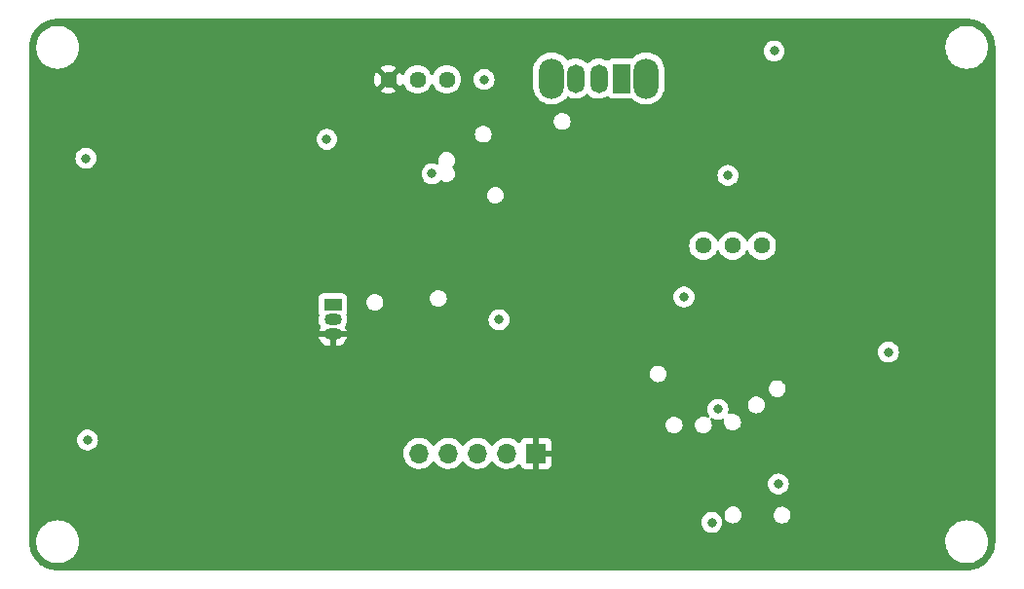
<source format=gbr>
%TF.GenerationSoftware,KiCad,Pcbnew,6.0.7*%
%TF.CreationDate,2022-10-10T19:28:50-04:00*%
%TF.ProjectId,RadarProject,52616461-7250-4726-9f6a-6563742e6b69,rev?*%
%TF.SameCoordinates,Original*%
%TF.FileFunction,Copper,L2,Inr*%
%TF.FilePolarity,Positive*%
%FSLAX46Y46*%
G04 Gerber Fmt 4.6, Leading zero omitted, Abs format (unit mm)*
G04 Created by KiCad (PCBNEW 6.0.7) date 2022-10-10 19:28:50*
%MOMM*%
%LPD*%
G01*
G04 APERTURE LIST*
%TA.AperFunction,ComponentPad*%
%ADD10C,1.440000*%
%TD*%
%TA.AperFunction,ComponentPad*%
%ADD11R,1.500000X1.050000*%
%TD*%
%TA.AperFunction,ComponentPad*%
%ADD12O,1.500000X1.050000*%
%TD*%
%TA.AperFunction,ComponentPad*%
%ADD13R,1.700000X1.700000*%
%TD*%
%TA.AperFunction,ComponentPad*%
%ADD14O,1.700000X1.700000*%
%TD*%
%TA.AperFunction,ComponentPad*%
%ADD15O,2.200000X3.500000*%
%TD*%
%TA.AperFunction,ComponentPad*%
%ADD16R,1.500000X2.500000*%
%TD*%
%TA.AperFunction,ComponentPad*%
%ADD17O,1.500000X2.500000*%
%TD*%
%TA.AperFunction,ViaPad*%
%ADD18C,0.800000*%
%TD*%
G04 APERTURE END LIST*
D10*
%TO.N,+5V*%
%TO.C,RV1*%
X56810000Y-25797500D03*
%TO.N,Net-(R8-Pad1)*%
X54270000Y-25797500D03*
%TO.N,Earth*%
X51730000Y-25797500D03*
%TD*%
D11*
%TO.N,Net-(Q1-Pad1)*%
%TO.C,Q1*%
X46902500Y-45420000D03*
D12*
%TO.N,Net-(Q1-Pad2)*%
X46902500Y-46690000D03*
%TO.N,Earth*%
X46902500Y-47960000D03*
%TD*%
D13*
%TO.N,Earth*%
%TO.C,J3*%
X64570000Y-58320000D03*
D14*
%TO.N,unconnected-(J3-Pad2)*%
X62030000Y-58320000D03*
%TO.N,Net-(J3-Pad3)*%
X59490000Y-58320000D03*
%TO.N,+5V*%
X56950000Y-58320000D03*
%TO.N,Net-(J3-Pad5)*%
X54410000Y-58320000D03*
%TD*%
D10*
%TO.N,Net-(R6-Pad2)*%
%TO.C,RV2*%
X79110000Y-40247500D03*
%TO.N,Net-(R12-Pad1)*%
X81650000Y-40247500D03*
X84190000Y-40247500D03*
%TD*%
D15*
%TO.N,*%
%TO.C,SW1*%
X65930000Y-25710000D03*
X74130000Y-25710000D03*
D16*
%TO.N,Net-(R31-Pad2)*%
X72030000Y-25710000D03*
D17*
%TO.N,Net-(C11-Pad2)*%
X70030000Y-25710000D03*
%TO.N,Net-(J3-Pad5)*%
X68030000Y-25710000D03*
%TD*%
D18*
%TO.N,Earth*%
X25610000Y-62280000D03*
X78510000Y-28920000D03*
X76540000Y-46220000D03*
X40860000Y-64920000D03*
X40400000Y-37340000D03*
X46020000Y-65380000D03*
X64370000Y-40520000D03*
X72040000Y-32940000D03*
X25540000Y-30110000D03*
X80380000Y-50670000D03*
X55550000Y-38680000D03*
X29196250Y-51200000D03*
X91240000Y-26940000D03*
X64560000Y-55970000D03*
X27700000Y-37350000D03*
%TO.N,+5V*%
X77420000Y-44710000D03*
X80380000Y-54480000D03*
X55530000Y-34000000D03*
X60060000Y-25800000D03*
X85620000Y-60970000D03*
X81240000Y-34140000D03*
X95190000Y-49500000D03*
X61360000Y-46690000D03*
X46390000Y-31000000D03*
X85260000Y-23330000D03*
X25590000Y-57150000D03*
X79840000Y-64330000D03*
X25450000Y-32650000D03*
%TD*%
%TA.AperFunction,Conductor*%
%TO.N,Earth*%
G36*
X101970018Y-20510000D02*
G01*
X101984851Y-20512310D01*
X101984855Y-20512310D01*
X101993724Y-20513691D01*
X102010923Y-20511442D01*
X102034863Y-20510609D01*
X102292710Y-20526206D01*
X102307814Y-20528040D01*
X102379786Y-20541229D01*
X102588760Y-20579525D01*
X102603526Y-20583164D01*
X102876231Y-20668142D01*
X102890445Y-20673534D01*
X103108223Y-20771547D01*
X103150906Y-20790757D01*
X103164379Y-20797828D01*
X103408813Y-20945595D01*
X103421334Y-20954238D01*
X103646171Y-21130385D01*
X103657560Y-21140475D01*
X103859525Y-21342440D01*
X103869615Y-21353829D01*
X104045762Y-21578666D01*
X104054405Y-21591187D01*
X104202172Y-21835621D01*
X104209242Y-21849092D01*
X104326466Y-22109555D01*
X104331858Y-22123769D01*
X104371168Y-22249921D01*
X104416836Y-22396473D01*
X104420475Y-22411240D01*
X104444578Y-22542763D01*
X104471960Y-22692186D01*
X104473794Y-22707290D01*
X104488953Y-22957904D01*
X104487692Y-22984716D01*
X104487690Y-22984852D01*
X104486309Y-22993724D01*
X104487473Y-23002626D01*
X104487473Y-23002628D01*
X104490436Y-23025283D01*
X104491500Y-23041621D01*
X104491500Y-65950633D01*
X104490000Y-65970018D01*
X104487690Y-65984851D01*
X104487690Y-65984855D01*
X104486309Y-65993724D01*
X104488558Y-66010919D01*
X104489391Y-66034863D01*
X104473794Y-66292710D01*
X104471960Y-66307814D01*
X104470605Y-66315209D01*
X104423410Y-66572750D01*
X104420477Y-66588754D01*
X104416836Y-66603526D01*
X104349847Y-66818503D01*
X104331859Y-66876227D01*
X104326466Y-66890445D01*
X104209243Y-67150906D01*
X104202172Y-67164379D01*
X104054405Y-67408813D01*
X104045762Y-67421334D01*
X103869615Y-67646171D01*
X103859525Y-67657560D01*
X103657560Y-67859525D01*
X103646171Y-67869615D01*
X103421334Y-68045762D01*
X103408813Y-68054405D01*
X103164379Y-68202172D01*
X103150908Y-68209242D01*
X102890445Y-68326466D01*
X102876231Y-68331858D01*
X102603527Y-68416836D01*
X102588760Y-68420475D01*
X102379786Y-68458771D01*
X102307814Y-68471960D01*
X102292710Y-68473794D01*
X102042096Y-68488953D01*
X102015284Y-68487692D01*
X102015148Y-68487690D01*
X102006276Y-68486309D01*
X101997374Y-68487473D01*
X101997372Y-68487473D01*
X101982707Y-68489391D01*
X101974714Y-68490436D01*
X101958379Y-68491500D01*
X23049367Y-68491500D01*
X23029982Y-68490000D01*
X23015149Y-68487690D01*
X23015145Y-68487690D01*
X23006276Y-68486309D01*
X22989077Y-68488558D01*
X22965137Y-68489391D01*
X22707290Y-68473794D01*
X22692186Y-68471960D01*
X22620214Y-68458771D01*
X22411240Y-68420475D01*
X22396473Y-68416836D01*
X22123769Y-68331858D01*
X22109555Y-68326466D01*
X21849092Y-68209242D01*
X21835621Y-68202172D01*
X21591187Y-68054405D01*
X21578666Y-68045762D01*
X21353829Y-67869615D01*
X21342440Y-67859525D01*
X21140475Y-67657560D01*
X21130385Y-67646171D01*
X20954238Y-67421334D01*
X20945595Y-67408813D01*
X20797828Y-67164379D01*
X20790757Y-67150906D01*
X20673534Y-66890445D01*
X20668141Y-66876227D01*
X20650154Y-66818503D01*
X20583164Y-66603526D01*
X20579523Y-66588754D01*
X20576591Y-66572750D01*
X20529395Y-66315209D01*
X20528040Y-66307814D01*
X20526206Y-66292710D01*
X20511269Y-66045768D01*
X20511454Y-66042277D01*
X21137009Y-66042277D01*
X21162625Y-66310769D01*
X21163710Y-66315203D01*
X21163711Y-66315209D01*
X21225645Y-66568312D01*
X21226731Y-66572750D01*
X21327985Y-66822733D01*
X21464265Y-67055482D01*
X21467118Y-67059049D01*
X21584686Y-67206060D01*
X21632716Y-67266119D01*
X21829809Y-67450234D01*
X22051416Y-67603968D01*
X22055499Y-67605999D01*
X22055502Y-67606001D01*
X22136248Y-67646171D01*
X22292894Y-67724101D01*
X22297228Y-67725522D01*
X22297231Y-67725523D01*
X22544853Y-67806698D01*
X22544859Y-67806699D01*
X22549186Y-67808118D01*
X22553677Y-67808898D01*
X22553678Y-67808898D01*
X22811140Y-67853601D01*
X22811148Y-67853602D01*
X22814921Y-67854257D01*
X22818758Y-67854448D01*
X22898578Y-67858422D01*
X22898586Y-67858422D01*
X22900149Y-67858500D01*
X23068512Y-67858500D01*
X23070780Y-67858335D01*
X23070792Y-67858335D01*
X23201884Y-67848823D01*
X23269004Y-67843953D01*
X23273459Y-67842969D01*
X23273462Y-67842969D01*
X23527912Y-67786791D01*
X23527916Y-67786790D01*
X23532372Y-67785806D01*
X23658480Y-67738028D01*
X23780318Y-67691868D01*
X23780321Y-67691867D01*
X23784588Y-67690250D01*
X24020368Y-67559286D01*
X24234773Y-67395657D01*
X24423312Y-67202792D01*
X24582034Y-66984730D01*
X24665190Y-66826676D01*
X24705490Y-66750079D01*
X24705493Y-66750073D01*
X24707615Y-66746039D01*
X24729065Y-66685300D01*
X24795902Y-66496033D01*
X24795902Y-66496032D01*
X24797425Y-66491720D01*
X24833090Y-66310769D01*
X24848700Y-66231572D01*
X24848701Y-66231566D01*
X24849581Y-66227100D01*
X24858782Y-66042277D01*
X100137009Y-66042277D01*
X100162625Y-66310769D01*
X100163710Y-66315203D01*
X100163711Y-66315209D01*
X100225645Y-66568312D01*
X100226731Y-66572750D01*
X100327985Y-66822733D01*
X100464265Y-67055482D01*
X100467118Y-67059049D01*
X100584686Y-67206060D01*
X100632716Y-67266119D01*
X100829809Y-67450234D01*
X101051416Y-67603968D01*
X101055499Y-67605999D01*
X101055502Y-67606001D01*
X101136248Y-67646171D01*
X101292894Y-67724101D01*
X101297228Y-67725522D01*
X101297231Y-67725523D01*
X101544853Y-67806698D01*
X101544859Y-67806699D01*
X101549186Y-67808118D01*
X101553677Y-67808898D01*
X101553678Y-67808898D01*
X101811140Y-67853601D01*
X101811148Y-67853602D01*
X101814921Y-67854257D01*
X101818758Y-67854448D01*
X101898578Y-67858422D01*
X101898586Y-67858422D01*
X101900149Y-67858500D01*
X102068512Y-67858500D01*
X102070780Y-67858335D01*
X102070792Y-67858335D01*
X102201884Y-67848823D01*
X102269004Y-67843953D01*
X102273459Y-67842969D01*
X102273462Y-67842969D01*
X102527912Y-67786791D01*
X102527916Y-67786790D01*
X102532372Y-67785806D01*
X102658480Y-67738028D01*
X102780318Y-67691868D01*
X102780321Y-67691867D01*
X102784588Y-67690250D01*
X103020368Y-67559286D01*
X103234773Y-67395657D01*
X103423312Y-67202792D01*
X103582034Y-66984730D01*
X103665190Y-66826676D01*
X103705490Y-66750079D01*
X103705493Y-66750073D01*
X103707615Y-66746039D01*
X103729065Y-66685300D01*
X103795902Y-66496033D01*
X103795902Y-66496032D01*
X103797425Y-66491720D01*
X103833090Y-66310769D01*
X103848700Y-66231572D01*
X103848701Y-66231566D01*
X103849581Y-66227100D01*
X103858782Y-66042277D01*
X103862764Y-65962292D01*
X103862764Y-65962286D01*
X103862991Y-65957723D01*
X103837375Y-65689231D01*
X103792042Y-65503967D01*
X103774355Y-65431688D01*
X103773269Y-65427250D01*
X103672015Y-65177267D01*
X103535735Y-64944518D01*
X103417928Y-64797208D01*
X103370136Y-64737447D01*
X103370135Y-64737445D01*
X103367284Y-64733881D01*
X103170191Y-64549766D01*
X102948584Y-64396032D01*
X102944501Y-64394001D01*
X102944498Y-64393999D01*
X102804432Y-64324318D01*
X102707106Y-64275899D01*
X102702772Y-64274478D01*
X102702769Y-64274477D01*
X102455147Y-64193302D01*
X102455141Y-64193301D01*
X102450814Y-64191882D01*
X102446322Y-64191102D01*
X102188860Y-64146399D01*
X102188852Y-64146398D01*
X102185079Y-64145743D01*
X102173817Y-64145182D01*
X102101422Y-64141578D01*
X102101414Y-64141578D01*
X102099851Y-64141500D01*
X101931488Y-64141500D01*
X101929220Y-64141665D01*
X101929208Y-64141665D01*
X101798116Y-64151177D01*
X101730996Y-64156047D01*
X101726541Y-64157031D01*
X101726538Y-64157031D01*
X101472088Y-64213209D01*
X101472084Y-64213210D01*
X101467628Y-64214194D01*
X101382131Y-64246586D01*
X101219682Y-64308132D01*
X101219679Y-64308133D01*
X101215412Y-64309750D01*
X100979632Y-64440714D01*
X100765227Y-64604343D01*
X100576688Y-64797208D01*
X100417966Y-65015270D01*
X100415844Y-65019304D01*
X100294510Y-65249921D01*
X100294507Y-65249927D01*
X100292385Y-65253961D01*
X100290865Y-65258266D01*
X100290863Y-65258270D01*
X100204098Y-65503967D01*
X100202575Y-65508280D01*
X100150419Y-65772900D01*
X100150192Y-65777453D01*
X100150192Y-65777456D01*
X100137878Y-66024823D01*
X100137009Y-66042277D01*
X24858782Y-66042277D01*
X24862764Y-65962292D01*
X24862764Y-65962286D01*
X24862991Y-65957723D01*
X24837375Y-65689231D01*
X24792042Y-65503967D01*
X24774355Y-65431688D01*
X24773269Y-65427250D01*
X24672015Y-65177267D01*
X24535735Y-64944518D01*
X24417928Y-64797208D01*
X24370136Y-64737447D01*
X24370135Y-64737445D01*
X24367284Y-64733881D01*
X24170191Y-64549766D01*
X23948584Y-64396032D01*
X23944501Y-64394001D01*
X23944498Y-64393999D01*
X23815853Y-64330000D01*
X78926496Y-64330000D01*
X78927186Y-64336565D01*
X78934854Y-64409518D01*
X78946458Y-64519928D01*
X79005473Y-64701556D01*
X79100960Y-64866944D01*
X79228747Y-65008866D01*
X79383248Y-65121118D01*
X79389276Y-65123802D01*
X79389278Y-65123803D01*
X79500505Y-65173324D01*
X79557712Y-65198794D01*
X79651112Y-65218647D01*
X79738056Y-65237128D01*
X79738061Y-65237128D01*
X79744513Y-65238500D01*
X79935487Y-65238500D01*
X79941939Y-65237128D01*
X79941944Y-65237128D01*
X80028887Y-65218647D01*
X80122288Y-65198794D01*
X80179495Y-65173324D01*
X80290722Y-65123803D01*
X80290724Y-65123802D01*
X80296752Y-65121118D01*
X80451253Y-65008866D01*
X80579040Y-64866944D01*
X80674527Y-64701556D01*
X80733542Y-64519928D01*
X80745147Y-64409518D01*
X80752814Y-64336565D01*
X80753504Y-64330000D01*
X80743761Y-64237303D01*
X80734232Y-64146635D01*
X80734232Y-64146633D01*
X80733542Y-64140072D01*
X80674527Y-63958444D01*
X80579040Y-63793056D01*
X80478561Y-63681462D01*
X80456773Y-63657264D01*
X80946961Y-63657264D01*
X80962910Y-63819922D01*
X80965134Y-63826607D01*
X80965134Y-63826608D01*
X80976181Y-63859817D01*
X81014499Y-63975005D01*
X81099165Y-64114804D01*
X81212698Y-64232371D01*
X81218590Y-64236226D01*
X81218594Y-64236230D01*
X81302553Y-64291171D01*
X81349457Y-64321864D01*
X81376347Y-64331864D01*
X81496048Y-64376380D01*
X81496051Y-64376381D01*
X81502645Y-64378833D01*
X81509622Y-64379764D01*
X81657666Y-64399518D01*
X81657670Y-64399518D01*
X81664647Y-64400449D01*
X81671658Y-64399811D01*
X81671662Y-64399811D01*
X81820391Y-64386275D01*
X81827412Y-64385636D01*
X81834114Y-64383458D01*
X81834116Y-64383458D01*
X81976152Y-64337308D01*
X81976155Y-64337307D01*
X81982851Y-64335131D01*
X81988902Y-64331524D01*
X82117186Y-64255052D01*
X82117188Y-64255051D01*
X82123238Y-64251444D01*
X82241595Y-64138734D01*
X82332040Y-64002603D01*
X82383779Y-63866400D01*
X82387578Y-63856400D01*
X82387579Y-63856395D01*
X82390078Y-63849817D01*
X82391058Y-63842845D01*
X82412273Y-63691893D01*
X82412273Y-63691888D01*
X82412824Y-63687970D01*
X82412970Y-63677500D01*
X82413055Y-63671462D01*
X82413055Y-63671456D01*
X82413110Y-63667500D01*
X82413084Y-63667264D01*
X85216961Y-63667264D01*
X85232910Y-63829922D01*
X85235134Y-63836607D01*
X85235134Y-63836608D01*
X85258705Y-63907464D01*
X85284499Y-63985005D01*
X85288148Y-63991030D01*
X85363109Y-64114804D01*
X85369165Y-64124804D01*
X85374056Y-64129869D01*
X85374057Y-64129870D01*
X85390019Y-64146399D01*
X85482698Y-64242371D01*
X85488590Y-64246226D01*
X85488594Y-64246230D01*
X85537042Y-64277933D01*
X85619457Y-64331864D01*
X85655132Y-64345131D01*
X85766048Y-64386380D01*
X85766051Y-64386381D01*
X85772645Y-64388833D01*
X85779622Y-64389764D01*
X85927666Y-64409518D01*
X85927670Y-64409518D01*
X85934647Y-64410449D01*
X85941658Y-64409811D01*
X85941662Y-64409811D01*
X86090391Y-64396275D01*
X86097412Y-64395636D01*
X86104114Y-64393458D01*
X86104116Y-64393458D01*
X86246152Y-64347308D01*
X86246155Y-64347307D01*
X86252851Y-64345131D01*
X86281575Y-64328008D01*
X86387186Y-64265052D01*
X86387188Y-64265051D01*
X86393238Y-64261444D01*
X86511595Y-64148734D01*
X86602040Y-64012603D01*
X86624787Y-63952721D01*
X86657578Y-63866400D01*
X86657579Y-63866395D01*
X86660078Y-63859817D01*
X86661058Y-63852845D01*
X86682273Y-63701893D01*
X86682273Y-63701888D01*
X86682824Y-63697970D01*
X86683110Y-63677500D01*
X86664892Y-63515081D01*
X86611142Y-63360734D01*
X86524534Y-63222130D01*
X86519572Y-63217133D01*
X86414333Y-63111157D01*
X86414329Y-63111154D01*
X86409370Y-63106160D01*
X86393536Y-63096111D01*
X86356440Y-63072569D01*
X86271374Y-63018585D01*
X86246835Y-63009847D01*
X86124041Y-62966122D01*
X86124036Y-62966121D01*
X86117406Y-62963760D01*
X86110418Y-62962927D01*
X86110415Y-62962926D01*
X85999476Y-62949697D01*
X85955118Y-62944408D01*
X85948115Y-62945144D01*
X85948114Y-62945144D01*
X85799575Y-62960756D01*
X85799573Y-62960757D01*
X85792575Y-62961492D01*
X85711273Y-62989169D01*
X85644527Y-63011891D01*
X85644524Y-63011892D01*
X85637857Y-63014162D01*
X85498652Y-63099801D01*
X85487056Y-63111157D01*
X85389049Y-63207133D01*
X85381880Y-63214153D01*
X85293345Y-63351534D01*
X85290936Y-63358154D01*
X85290935Y-63358155D01*
X85267879Y-63421500D01*
X85237446Y-63505115D01*
X85216961Y-63667264D01*
X82413084Y-63667264D01*
X82399119Y-63542763D01*
X82395677Y-63512077D01*
X82395676Y-63512075D01*
X82394892Y-63505081D01*
X82341142Y-63350734D01*
X82283774Y-63258924D01*
X82258266Y-63218102D01*
X82258264Y-63218100D01*
X82254534Y-63212130D01*
X82249572Y-63207133D01*
X82144333Y-63101157D01*
X82144329Y-63101154D01*
X82139370Y-63096160D01*
X82123536Y-63086111D01*
X82017131Y-63018585D01*
X82001374Y-63008585D01*
X81976835Y-62999847D01*
X81854041Y-62956122D01*
X81854036Y-62956121D01*
X81847406Y-62953760D01*
X81840418Y-62952927D01*
X81840415Y-62952926D01*
X81729476Y-62939697D01*
X81685118Y-62934408D01*
X81678115Y-62935144D01*
X81678114Y-62935144D01*
X81529575Y-62950756D01*
X81529573Y-62950757D01*
X81522575Y-62951492D01*
X81441273Y-62979169D01*
X81374527Y-63001891D01*
X81374524Y-63001892D01*
X81367857Y-63004162D01*
X81361858Y-63007852D01*
X81361857Y-63007853D01*
X81338270Y-63022364D01*
X81228652Y-63089801D01*
X81111880Y-63204153D01*
X81023345Y-63341534D01*
X81020936Y-63348154D01*
X81020935Y-63348155D01*
X81017295Y-63358155D01*
X80967446Y-63495115D01*
X80946961Y-63657264D01*
X80456773Y-63657264D01*
X80455675Y-63656045D01*
X80455674Y-63656044D01*
X80451253Y-63651134D01*
X80296752Y-63538882D01*
X80290724Y-63536198D01*
X80290722Y-63536197D01*
X80128319Y-63463891D01*
X80128318Y-63463891D01*
X80122288Y-63461206D01*
X80028887Y-63441353D01*
X79941944Y-63422872D01*
X79941939Y-63422872D01*
X79935487Y-63421500D01*
X79744513Y-63421500D01*
X79738061Y-63422872D01*
X79738056Y-63422872D01*
X79651113Y-63441353D01*
X79557712Y-63461206D01*
X79551682Y-63463891D01*
X79551681Y-63463891D01*
X79389278Y-63536197D01*
X79389276Y-63536198D01*
X79383248Y-63538882D01*
X79228747Y-63651134D01*
X79224326Y-63656044D01*
X79224325Y-63656045D01*
X79201440Y-63681462D01*
X79100960Y-63793056D01*
X79005473Y-63958444D01*
X78946458Y-64140072D01*
X78945768Y-64146633D01*
X78945768Y-64146635D01*
X78936239Y-64237303D01*
X78926496Y-64330000D01*
X23815853Y-64330000D01*
X23804432Y-64324318D01*
X23707106Y-64275899D01*
X23702772Y-64274478D01*
X23702769Y-64274477D01*
X23455147Y-64193302D01*
X23455141Y-64193301D01*
X23450814Y-64191882D01*
X23446322Y-64191102D01*
X23188860Y-64146399D01*
X23188852Y-64146398D01*
X23185079Y-64145743D01*
X23173817Y-64145182D01*
X23101422Y-64141578D01*
X23101414Y-64141578D01*
X23099851Y-64141500D01*
X22931488Y-64141500D01*
X22929220Y-64141665D01*
X22929208Y-64141665D01*
X22798116Y-64151177D01*
X22730996Y-64156047D01*
X22726541Y-64157031D01*
X22726538Y-64157031D01*
X22472088Y-64213209D01*
X22472084Y-64213210D01*
X22467628Y-64214194D01*
X22382131Y-64246586D01*
X22219682Y-64308132D01*
X22219679Y-64308133D01*
X22215412Y-64309750D01*
X21979632Y-64440714D01*
X21765227Y-64604343D01*
X21576688Y-64797208D01*
X21417966Y-65015270D01*
X21415844Y-65019304D01*
X21294510Y-65249921D01*
X21294507Y-65249927D01*
X21292385Y-65253961D01*
X21290865Y-65258266D01*
X21290863Y-65258270D01*
X21204098Y-65503967D01*
X21202575Y-65508280D01*
X21150419Y-65772900D01*
X21150192Y-65777453D01*
X21150192Y-65777456D01*
X21137878Y-66024823D01*
X21137009Y-66042277D01*
X20511454Y-66042277D01*
X20512520Y-66022216D01*
X20512334Y-66022199D01*
X20512769Y-66017350D01*
X20513576Y-66012552D01*
X20513729Y-66000000D01*
X20509773Y-65972376D01*
X20508500Y-65954514D01*
X20508500Y-60970000D01*
X84706496Y-60970000D01*
X84726458Y-61159928D01*
X84785473Y-61341556D01*
X84880960Y-61506944D01*
X85008747Y-61648866D01*
X85163248Y-61761118D01*
X85169276Y-61763802D01*
X85169278Y-61763803D01*
X85331681Y-61836109D01*
X85337712Y-61838794D01*
X85431112Y-61858647D01*
X85518056Y-61877128D01*
X85518061Y-61877128D01*
X85524513Y-61878500D01*
X85715487Y-61878500D01*
X85721939Y-61877128D01*
X85721944Y-61877128D01*
X85808888Y-61858647D01*
X85902288Y-61838794D01*
X85908319Y-61836109D01*
X86070722Y-61763803D01*
X86070724Y-61763802D01*
X86076752Y-61761118D01*
X86231253Y-61648866D01*
X86359040Y-61506944D01*
X86454527Y-61341556D01*
X86513542Y-61159928D01*
X86533504Y-60970000D01*
X86513542Y-60780072D01*
X86454527Y-60598444D01*
X86359040Y-60433056D01*
X86231253Y-60291134D01*
X86076752Y-60178882D01*
X86070724Y-60176198D01*
X86070722Y-60176197D01*
X85908319Y-60103891D01*
X85908318Y-60103891D01*
X85902288Y-60101206D01*
X85808887Y-60081353D01*
X85721944Y-60062872D01*
X85721939Y-60062872D01*
X85715487Y-60061500D01*
X85524513Y-60061500D01*
X85518061Y-60062872D01*
X85518056Y-60062872D01*
X85431113Y-60081353D01*
X85337712Y-60101206D01*
X85331682Y-60103891D01*
X85331681Y-60103891D01*
X85169278Y-60176197D01*
X85169276Y-60176198D01*
X85163248Y-60178882D01*
X85008747Y-60291134D01*
X84880960Y-60433056D01*
X84785473Y-60598444D01*
X84726458Y-60780072D01*
X84706496Y-60970000D01*
X20508500Y-60970000D01*
X20508500Y-58286695D01*
X53047251Y-58286695D01*
X53060110Y-58509715D01*
X53061247Y-58514761D01*
X53061248Y-58514767D01*
X53075606Y-58578475D01*
X53109222Y-58727639D01*
X53193266Y-58934616D01*
X53244942Y-59018944D01*
X53307291Y-59120688D01*
X53309987Y-59125088D01*
X53456250Y-59293938D01*
X53628126Y-59436632D01*
X53821000Y-59549338D01*
X54029692Y-59629030D01*
X54034760Y-59630061D01*
X54034763Y-59630062D01*
X54142017Y-59651883D01*
X54248597Y-59673567D01*
X54253772Y-59673757D01*
X54253774Y-59673757D01*
X54466673Y-59681564D01*
X54466677Y-59681564D01*
X54471837Y-59681753D01*
X54476957Y-59681097D01*
X54476959Y-59681097D01*
X54688288Y-59654025D01*
X54688289Y-59654025D01*
X54693416Y-59653368D01*
X54698366Y-59651883D01*
X54902429Y-59590661D01*
X54902434Y-59590659D01*
X54907384Y-59589174D01*
X55107994Y-59490896D01*
X55289860Y-59361173D01*
X55448096Y-59203489D01*
X55507594Y-59120689D01*
X55578453Y-59022077D01*
X55579776Y-59023028D01*
X55626645Y-58979857D01*
X55696580Y-58967625D01*
X55762026Y-58995144D01*
X55789875Y-59026994D01*
X55849987Y-59125088D01*
X55996250Y-59293938D01*
X56168126Y-59436632D01*
X56361000Y-59549338D01*
X56569692Y-59629030D01*
X56574760Y-59630061D01*
X56574763Y-59630062D01*
X56682017Y-59651883D01*
X56788597Y-59673567D01*
X56793772Y-59673757D01*
X56793774Y-59673757D01*
X57006673Y-59681564D01*
X57006677Y-59681564D01*
X57011837Y-59681753D01*
X57016957Y-59681097D01*
X57016959Y-59681097D01*
X57228288Y-59654025D01*
X57228289Y-59654025D01*
X57233416Y-59653368D01*
X57238366Y-59651883D01*
X57442429Y-59590661D01*
X57442434Y-59590659D01*
X57447384Y-59589174D01*
X57647994Y-59490896D01*
X57829860Y-59361173D01*
X57988096Y-59203489D01*
X58047594Y-59120689D01*
X58118453Y-59022077D01*
X58119776Y-59023028D01*
X58166645Y-58979857D01*
X58236580Y-58967625D01*
X58302026Y-58995144D01*
X58329875Y-59026994D01*
X58389987Y-59125088D01*
X58536250Y-59293938D01*
X58708126Y-59436632D01*
X58901000Y-59549338D01*
X59109692Y-59629030D01*
X59114760Y-59630061D01*
X59114763Y-59630062D01*
X59222017Y-59651883D01*
X59328597Y-59673567D01*
X59333772Y-59673757D01*
X59333774Y-59673757D01*
X59546673Y-59681564D01*
X59546677Y-59681564D01*
X59551837Y-59681753D01*
X59556957Y-59681097D01*
X59556959Y-59681097D01*
X59768288Y-59654025D01*
X59768289Y-59654025D01*
X59773416Y-59653368D01*
X59778366Y-59651883D01*
X59982429Y-59590661D01*
X59982434Y-59590659D01*
X59987384Y-59589174D01*
X60187994Y-59490896D01*
X60369860Y-59361173D01*
X60528096Y-59203489D01*
X60587594Y-59120689D01*
X60658453Y-59022077D01*
X60659776Y-59023028D01*
X60706645Y-58979857D01*
X60776580Y-58967625D01*
X60842026Y-58995144D01*
X60869875Y-59026994D01*
X60929987Y-59125088D01*
X61076250Y-59293938D01*
X61248126Y-59436632D01*
X61441000Y-59549338D01*
X61649692Y-59629030D01*
X61654760Y-59630061D01*
X61654763Y-59630062D01*
X61762017Y-59651883D01*
X61868597Y-59673567D01*
X61873772Y-59673757D01*
X61873774Y-59673757D01*
X62086673Y-59681564D01*
X62086677Y-59681564D01*
X62091837Y-59681753D01*
X62096957Y-59681097D01*
X62096959Y-59681097D01*
X62308288Y-59654025D01*
X62308289Y-59654025D01*
X62313416Y-59653368D01*
X62318366Y-59651883D01*
X62522429Y-59590661D01*
X62522434Y-59590659D01*
X62527384Y-59589174D01*
X62727994Y-59490896D01*
X62909860Y-59361173D01*
X62977331Y-59293938D01*
X63018479Y-59252933D01*
X63080851Y-59219017D01*
X63151658Y-59224205D01*
X63208419Y-59266851D01*
X63225401Y-59297954D01*
X63266676Y-59408054D01*
X63275214Y-59423649D01*
X63351715Y-59525724D01*
X63364276Y-59538285D01*
X63466351Y-59614786D01*
X63481946Y-59623324D01*
X63602394Y-59668478D01*
X63617649Y-59672105D01*
X63668514Y-59677631D01*
X63675328Y-59678000D01*
X64297885Y-59678000D01*
X64313124Y-59673525D01*
X64314329Y-59672135D01*
X64316000Y-59664452D01*
X64316000Y-59659884D01*
X64824000Y-59659884D01*
X64828475Y-59675123D01*
X64829865Y-59676328D01*
X64837548Y-59677999D01*
X65464669Y-59677999D01*
X65471490Y-59677629D01*
X65522352Y-59672105D01*
X65537604Y-59668479D01*
X65658054Y-59623324D01*
X65673649Y-59614786D01*
X65775724Y-59538285D01*
X65788285Y-59525724D01*
X65864786Y-59423649D01*
X65873324Y-59408054D01*
X65918478Y-59287606D01*
X65922105Y-59272351D01*
X65927631Y-59221486D01*
X65928000Y-59214672D01*
X65928000Y-58592115D01*
X65923525Y-58576876D01*
X65922135Y-58575671D01*
X65914452Y-58574000D01*
X64842115Y-58574000D01*
X64826876Y-58578475D01*
X64825671Y-58579865D01*
X64824000Y-58587548D01*
X64824000Y-59659884D01*
X64316000Y-59659884D01*
X64316000Y-58047885D01*
X64824000Y-58047885D01*
X64828475Y-58063124D01*
X64829865Y-58064329D01*
X64837548Y-58066000D01*
X65909884Y-58066000D01*
X65925123Y-58061525D01*
X65926328Y-58060135D01*
X65927999Y-58052452D01*
X65927999Y-57425331D01*
X65927629Y-57418510D01*
X65922105Y-57367648D01*
X65918479Y-57352396D01*
X65873324Y-57231946D01*
X65864786Y-57216351D01*
X65788285Y-57114276D01*
X65775724Y-57101715D01*
X65673649Y-57025214D01*
X65658054Y-57016676D01*
X65537606Y-56971522D01*
X65522351Y-56967895D01*
X65471486Y-56962369D01*
X65464672Y-56962000D01*
X64842115Y-56962000D01*
X64826876Y-56966475D01*
X64825671Y-56967865D01*
X64824000Y-56975548D01*
X64824000Y-58047885D01*
X64316000Y-58047885D01*
X64316000Y-56980116D01*
X64311525Y-56964877D01*
X64310135Y-56963672D01*
X64302452Y-56962001D01*
X63675331Y-56962001D01*
X63668510Y-56962371D01*
X63617648Y-56967895D01*
X63602396Y-56971521D01*
X63481946Y-57016676D01*
X63466351Y-57025214D01*
X63364276Y-57101715D01*
X63351715Y-57114276D01*
X63275214Y-57216351D01*
X63266676Y-57231946D01*
X63225297Y-57342322D01*
X63182655Y-57399087D01*
X63116093Y-57423786D01*
X63046744Y-57408578D01*
X63014121Y-57382891D01*
X62963151Y-57326876D01*
X62963145Y-57326870D01*
X62959670Y-57323051D01*
X62955619Y-57319852D01*
X62955615Y-57319848D01*
X62788414Y-57187800D01*
X62788410Y-57187798D01*
X62784359Y-57184598D01*
X62588789Y-57076638D01*
X62583920Y-57074914D01*
X62583916Y-57074912D01*
X62383087Y-57003795D01*
X62383083Y-57003794D01*
X62378212Y-57002069D01*
X62373119Y-57001162D01*
X62373116Y-57001161D01*
X62163373Y-56963800D01*
X62163367Y-56963799D01*
X62158284Y-56962894D01*
X62084452Y-56961992D01*
X61940081Y-56960228D01*
X61940079Y-56960228D01*
X61934911Y-56960165D01*
X61714091Y-56993955D01*
X61501756Y-57063357D01*
X61471443Y-57079137D01*
X61335317Y-57150000D01*
X61303607Y-57166507D01*
X61299474Y-57169610D01*
X61299471Y-57169612D01*
X61216450Y-57231946D01*
X61124965Y-57300635D01*
X60970629Y-57462138D01*
X60863201Y-57619621D01*
X60808293Y-57664621D01*
X60737768Y-57672792D01*
X60674021Y-57641538D01*
X60653324Y-57617054D01*
X60572822Y-57492617D01*
X60572820Y-57492614D01*
X60570014Y-57488277D01*
X60419670Y-57323051D01*
X60415619Y-57319852D01*
X60415615Y-57319848D01*
X60248414Y-57187800D01*
X60248410Y-57187798D01*
X60244359Y-57184598D01*
X60048789Y-57076638D01*
X60043920Y-57074914D01*
X60043916Y-57074912D01*
X59843087Y-57003795D01*
X59843083Y-57003794D01*
X59838212Y-57002069D01*
X59833119Y-57001162D01*
X59833116Y-57001161D01*
X59623373Y-56963800D01*
X59623367Y-56963799D01*
X59618284Y-56962894D01*
X59544452Y-56961992D01*
X59400081Y-56960228D01*
X59400079Y-56960228D01*
X59394911Y-56960165D01*
X59174091Y-56993955D01*
X58961756Y-57063357D01*
X58931443Y-57079137D01*
X58795317Y-57150000D01*
X58763607Y-57166507D01*
X58759474Y-57169610D01*
X58759471Y-57169612D01*
X58676450Y-57231946D01*
X58584965Y-57300635D01*
X58430629Y-57462138D01*
X58323201Y-57619621D01*
X58268293Y-57664621D01*
X58197768Y-57672792D01*
X58134021Y-57641538D01*
X58113324Y-57617054D01*
X58032822Y-57492617D01*
X58032820Y-57492614D01*
X58030014Y-57488277D01*
X57879670Y-57323051D01*
X57875619Y-57319852D01*
X57875615Y-57319848D01*
X57708414Y-57187800D01*
X57708410Y-57187798D01*
X57704359Y-57184598D01*
X57508789Y-57076638D01*
X57503920Y-57074914D01*
X57503916Y-57074912D01*
X57303087Y-57003795D01*
X57303083Y-57003794D01*
X57298212Y-57002069D01*
X57293119Y-57001162D01*
X57293116Y-57001161D01*
X57083373Y-56963800D01*
X57083367Y-56963799D01*
X57078284Y-56962894D01*
X57004452Y-56961992D01*
X56860081Y-56960228D01*
X56860079Y-56960228D01*
X56854911Y-56960165D01*
X56634091Y-56993955D01*
X56421756Y-57063357D01*
X56391443Y-57079137D01*
X56255317Y-57150000D01*
X56223607Y-57166507D01*
X56219474Y-57169610D01*
X56219471Y-57169612D01*
X56136450Y-57231946D01*
X56044965Y-57300635D01*
X55890629Y-57462138D01*
X55783201Y-57619621D01*
X55728293Y-57664621D01*
X55657768Y-57672792D01*
X55594021Y-57641538D01*
X55573324Y-57617054D01*
X55492822Y-57492617D01*
X55492820Y-57492614D01*
X55490014Y-57488277D01*
X55339670Y-57323051D01*
X55335619Y-57319852D01*
X55335615Y-57319848D01*
X55168414Y-57187800D01*
X55168410Y-57187798D01*
X55164359Y-57184598D01*
X54968789Y-57076638D01*
X54963920Y-57074914D01*
X54963916Y-57074912D01*
X54763087Y-57003795D01*
X54763083Y-57003794D01*
X54758212Y-57002069D01*
X54753119Y-57001162D01*
X54753116Y-57001161D01*
X54543373Y-56963800D01*
X54543367Y-56963799D01*
X54538284Y-56962894D01*
X54464452Y-56961992D01*
X54320081Y-56960228D01*
X54320079Y-56960228D01*
X54314911Y-56960165D01*
X54094091Y-56993955D01*
X53881756Y-57063357D01*
X53851443Y-57079137D01*
X53715317Y-57150000D01*
X53683607Y-57166507D01*
X53679474Y-57169610D01*
X53679471Y-57169612D01*
X53596450Y-57231946D01*
X53504965Y-57300635D01*
X53350629Y-57462138D01*
X53224743Y-57646680D01*
X53130688Y-57849305D01*
X53070989Y-58064570D01*
X53047251Y-58286695D01*
X20508500Y-58286695D01*
X20508500Y-57150000D01*
X24676496Y-57150000D01*
X24677186Y-57156565D01*
X24695086Y-57326870D01*
X24696458Y-57339928D01*
X24755473Y-57521556D01*
X24850960Y-57686944D01*
X24978747Y-57828866D01*
X25133248Y-57941118D01*
X25139276Y-57943802D01*
X25139278Y-57943803D01*
X25301681Y-58016109D01*
X25307712Y-58018794D01*
X25401112Y-58038647D01*
X25488056Y-58057128D01*
X25488061Y-58057128D01*
X25494513Y-58058500D01*
X25685487Y-58058500D01*
X25691939Y-58057128D01*
X25691944Y-58057128D01*
X25778888Y-58038647D01*
X25872288Y-58018794D01*
X25878319Y-58016109D01*
X26040722Y-57943803D01*
X26040724Y-57943802D01*
X26046752Y-57941118D01*
X26201253Y-57828866D01*
X26329040Y-57686944D01*
X26424527Y-57521556D01*
X26483542Y-57339928D01*
X26484915Y-57326870D01*
X26502814Y-57156565D01*
X26503504Y-57150000D01*
X26496056Y-57079137D01*
X26484232Y-56966635D01*
X26484232Y-56966633D01*
X26483542Y-56960072D01*
X26424527Y-56778444D01*
X26329040Y-56613056D01*
X26280218Y-56558833D01*
X26205675Y-56476045D01*
X26205674Y-56476044D01*
X26201253Y-56471134D01*
X26046752Y-56358882D01*
X26040724Y-56356198D01*
X26040722Y-56356197D01*
X25878319Y-56283891D01*
X25878318Y-56283891D01*
X25872288Y-56281206D01*
X25745791Y-56254318D01*
X25691944Y-56242872D01*
X25691939Y-56242872D01*
X25685487Y-56241500D01*
X25494513Y-56241500D01*
X25488061Y-56242872D01*
X25488056Y-56242872D01*
X25434209Y-56254318D01*
X25307712Y-56281206D01*
X25301682Y-56283891D01*
X25301681Y-56283891D01*
X25139278Y-56356197D01*
X25139276Y-56356198D01*
X25133248Y-56358882D01*
X24978747Y-56471134D01*
X24974326Y-56476044D01*
X24974325Y-56476045D01*
X24899783Y-56558833D01*
X24850960Y-56613056D01*
X24755473Y-56778444D01*
X24696458Y-56960072D01*
X24695768Y-56966633D01*
X24695768Y-56966635D01*
X24683944Y-57079137D01*
X24676496Y-57150000D01*
X20508500Y-57150000D01*
X20508500Y-55837264D01*
X75836961Y-55837264D01*
X75852910Y-55999922D01*
X75855134Y-56006607D01*
X75855134Y-56006608D01*
X75865837Y-56038781D01*
X75904499Y-56155005D01*
X75908148Y-56161030D01*
X75983109Y-56284804D01*
X75989165Y-56294804D01*
X75994056Y-56299869D01*
X75994057Y-56299870D01*
X76003612Y-56309764D01*
X76102698Y-56412371D01*
X76108590Y-56416226D01*
X76108594Y-56416230D01*
X76186563Y-56467251D01*
X76239457Y-56501864D01*
X76275132Y-56515131D01*
X76386048Y-56556380D01*
X76386051Y-56556381D01*
X76392645Y-56558833D01*
X76399622Y-56559764D01*
X76547666Y-56579518D01*
X76547670Y-56579518D01*
X76554647Y-56580449D01*
X76561658Y-56579811D01*
X76561662Y-56579811D01*
X76710391Y-56566275D01*
X76717412Y-56565636D01*
X76724114Y-56563458D01*
X76724116Y-56563458D01*
X76866152Y-56517308D01*
X76866155Y-56517307D01*
X76872851Y-56515131D01*
X76901575Y-56498008D01*
X77007186Y-56435052D01*
X77007188Y-56435051D01*
X77013238Y-56431444D01*
X77131595Y-56318734D01*
X77222040Y-56182603D01*
X77272461Y-56049870D01*
X77277578Y-56036400D01*
X77277579Y-56036395D01*
X77280078Y-56029817D01*
X77281058Y-56022845D01*
X77302273Y-55871893D01*
X77302273Y-55871888D01*
X77302824Y-55867970D01*
X77303110Y-55847500D01*
X77300840Y-55827264D01*
X78376961Y-55827264D01*
X78392910Y-55989922D01*
X78395134Y-55996607D01*
X78395134Y-55996608D01*
X78406181Y-56029817D01*
X78444499Y-56145005D01*
X78448148Y-56151030D01*
X78517251Y-56265131D01*
X78529165Y-56284804D01*
X78534056Y-56289869D01*
X78534057Y-56289870D01*
X78556261Y-56312863D01*
X78642698Y-56402371D01*
X78648590Y-56406226D01*
X78648594Y-56406230D01*
X78732553Y-56461171D01*
X78779457Y-56491864D01*
X78806347Y-56501864D01*
X78926048Y-56546380D01*
X78926051Y-56546381D01*
X78932645Y-56548833D01*
X78939622Y-56549764D01*
X79087666Y-56569518D01*
X79087670Y-56569518D01*
X79094647Y-56570449D01*
X79101658Y-56569811D01*
X79101662Y-56569811D01*
X79250391Y-56556275D01*
X79257412Y-56555636D01*
X79264114Y-56553458D01*
X79264116Y-56553458D01*
X79406152Y-56507308D01*
X79406155Y-56507307D01*
X79412851Y-56505131D01*
X79441575Y-56488008D01*
X79547186Y-56425052D01*
X79547188Y-56425051D01*
X79553238Y-56421444D01*
X79671595Y-56308734D01*
X79762040Y-56172603D01*
X79775470Y-56137247D01*
X79817578Y-56026400D01*
X79817579Y-56026395D01*
X79820078Y-56019817D01*
X79821058Y-56012845D01*
X79842273Y-55861893D01*
X79842273Y-55861888D01*
X79842824Y-55857970D01*
X79842970Y-55847500D01*
X79843055Y-55841462D01*
X79843055Y-55841456D01*
X79843110Y-55837500D01*
X79833287Y-55749922D01*
X79825677Y-55682077D01*
X79825676Y-55682075D01*
X79824892Y-55675081D01*
X79771142Y-55520734D01*
X79767408Y-55514759D01*
X79767406Y-55514754D01*
X79702502Y-55410884D01*
X79683366Y-55342515D01*
X79704232Y-55274654D01*
X79758473Y-55228846D01*
X79828870Y-55219635D01*
X79883417Y-55242179D01*
X79914456Y-55264730D01*
X79923248Y-55271118D01*
X79929276Y-55273802D01*
X79929278Y-55273803D01*
X80000220Y-55305388D01*
X80097712Y-55348794D01*
X80191113Y-55368647D01*
X80278056Y-55387128D01*
X80278061Y-55387128D01*
X80284513Y-55388500D01*
X80475487Y-55388500D01*
X80481939Y-55387128D01*
X80481944Y-55387128D01*
X80568888Y-55368647D01*
X80662288Y-55348794D01*
X80759780Y-55305388D01*
X80830146Y-55295954D01*
X80894443Y-55326060D01*
X80932257Y-55386149D01*
X80936034Y-55436287D01*
X80924103Y-55530734D01*
X80916961Y-55587264D01*
X80932910Y-55749922D01*
X80935134Y-55756607D01*
X80935134Y-55756608D01*
X80956312Y-55820270D01*
X80984499Y-55905005D01*
X81069165Y-56044804D01*
X81182698Y-56162371D01*
X81188590Y-56166226D01*
X81188594Y-56166230D01*
X81222587Y-56188474D01*
X81319457Y-56251864D01*
X81355132Y-56265131D01*
X81466048Y-56306380D01*
X81466051Y-56306381D01*
X81472645Y-56308833D01*
X81479622Y-56309764D01*
X81627666Y-56329518D01*
X81627670Y-56329518D01*
X81634647Y-56330449D01*
X81641658Y-56329811D01*
X81641662Y-56329811D01*
X81790391Y-56316275D01*
X81797412Y-56315636D01*
X81804114Y-56313458D01*
X81804116Y-56313458D01*
X81946152Y-56267308D01*
X81946155Y-56267307D01*
X81952851Y-56265131D01*
X82081445Y-56188474D01*
X82087186Y-56185052D01*
X82087188Y-56185051D01*
X82093238Y-56181444D01*
X82211595Y-56068734D01*
X82302040Y-55932603D01*
X82326592Y-55867970D01*
X82357578Y-55786400D01*
X82357579Y-55786395D01*
X82360078Y-55779817D01*
X82363340Y-55756608D01*
X82382273Y-55621893D01*
X82382273Y-55621888D01*
X82382824Y-55617970D01*
X82383110Y-55597500D01*
X82364892Y-55435081D01*
X82311142Y-55280734D01*
X82246856Y-55177853D01*
X82228266Y-55148102D01*
X82228264Y-55148100D01*
X82224534Y-55142130D01*
X82218568Y-55136122D01*
X82114333Y-55031157D01*
X82114329Y-55031154D01*
X82109370Y-55026160D01*
X81971374Y-54938585D01*
X81946835Y-54929847D01*
X81824041Y-54886122D01*
X81824036Y-54886121D01*
X81817406Y-54883760D01*
X81810418Y-54882927D01*
X81810415Y-54882926D01*
X81699476Y-54869697D01*
X81655118Y-54864408D01*
X81648115Y-54865144D01*
X81648114Y-54865144D01*
X81499575Y-54880756D01*
X81499573Y-54880757D01*
X81492575Y-54881492D01*
X81430810Y-54902518D01*
X81407202Y-54910555D01*
X81336270Y-54913573D01*
X81274966Y-54877763D01*
X81242754Y-54814494D01*
X81246764Y-54752340D01*
X81271503Y-54676203D01*
X81273542Y-54669928D01*
X81286161Y-54549870D01*
X81292814Y-54486565D01*
X81293504Y-54480000D01*
X81292814Y-54473435D01*
X81274232Y-54296635D01*
X81274232Y-54296633D01*
X81273542Y-54290072D01*
X81214527Y-54108444D01*
X81208209Y-54097500D01*
X81202299Y-54087264D01*
X82976961Y-54087264D01*
X82992910Y-54249922D01*
X82995134Y-54256607D01*
X82995134Y-54256608D01*
X83006266Y-54290072D01*
X83044499Y-54405005D01*
X83129165Y-54544804D01*
X83242698Y-54662371D01*
X83248590Y-54666226D01*
X83248594Y-54666230D01*
X83332553Y-54721171D01*
X83379457Y-54751864D01*
X83415132Y-54765131D01*
X83526048Y-54806380D01*
X83526051Y-54806381D01*
X83532645Y-54808833D01*
X83539622Y-54809764D01*
X83687666Y-54829518D01*
X83687670Y-54829518D01*
X83694647Y-54830449D01*
X83701658Y-54829811D01*
X83701662Y-54829811D01*
X83850391Y-54816275D01*
X83857412Y-54815636D01*
X83864114Y-54813458D01*
X83864116Y-54813458D01*
X84006152Y-54767308D01*
X84006155Y-54767307D01*
X84012851Y-54765131D01*
X84041575Y-54748008D01*
X84147186Y-54685052D01*
X84147188Y-54685051D01*
X84153238Y-54681444D01*
X84271595Y-54568734D01*
X84362040Y-54432603D01*
X84375470Y-54397247D01*
X84417578Y-54286400D01*
X84417579Y-54286395D01*
X84420078Y-54279817D01*
X84423340Y-54256608D01*
X84442273Y-54121893D01*
X84442273Y-54121888D01*
X84442824Y-54117970D01*
X84443110Y-54097500D01*
X84424892Y-53935081D01*
X84371142Y-53780734D01*
X84284534Y-53642130D01*
X84279572Y-53637133D01*
X84174333Y-53531157D01*
X84174329Y-53531154D01*
X84169370Y-53526160D01*
X84153536Y-53516111D01*
X84116440Y-53492569D01*
X84031374Y-53438585D01*
X83978650Y-53419811D01*
X83884041Y-53386122D01*
X83884036Y-53386121D01*
X83877406Y-53383760D01*
X83870418Y-53382927D01*
X83870415Y-53382926D01*
X83759476Y-53369697D01*
X83715118Y-53364408D01*
X83708115Y-53365144D01*
X83708114Y-53365144D01*
X83559575Y-53380756D01*
X83559573Y-53380757D01*
X83552575Y-53381492D01*
X83508842Y-53396380D01*
X83404527Y-53431891D01*
X83404524Y-53431892D01*
X83397857Y-53434162D01*
X83258652Y-53519801D01*
X83247056Y-53531157D01*
X83165313Y-53611206D01*
X83141880Y-53634153D01*
X83053345Y-53771534D01*
X83050936Y-53778154D01*
X83050935Y-53778155D01*
X83043985Y-53797251D01*
X82997446Y-53925115D01*
X82976961Y-54087264D01*
X81202299Y-54087264D01*
X81122341Y-53948774D01*
X81119040Y-53943056D01*
X80991253Y-53801134D01*
X80836752Y-53688882D01*
X80830724Y-53686198D01*
X80830722Y-53686197D01*
X80668319Y-53613891D01*
X80668318Y-53613891D01*
X80662288Y-53611206D01*
X80568887Y-53591353D01*
X80481944Y-53572872D01*
X80481939Y-53572872D01*
X80475487Y-53571500D01*
X80284513Y-53571500D01*
X80278061Y-53572872D01*
X80278056Y-53572872D01*
X80191112Y-53591353D01*
X80097712Y-53611206D01*
X80091682Y-53613891D01*
X80091681Y-53613891D01*
X79929278Y-53686197D01*
X79929276Y-53686198D01*
X79923248Y-53688882D01*
X79768747Y-53801134D01*
X79640960Y-53943056D01*
X79637659Y-53948774D01*
X79551792Y-54097500D01*
X79545473Y-54108444D01*
X79486458Y-54290072D01*
X79485768Y-54296633D01*
X79485768Y-54296635D01*
X79467186Y-54473435D01*
X79466496Y-54480000D01*
X79467186Y-54486565D01*
X79473840Y-54549870D01*
X79486458Y-54669928D01*
X79545473Y-54851556D01*
X79548776Y-54857278D01*
X79548777Y-54857279D01*
X79564066Y-54883760D01*
X79640960Y-55016944D01*
X79645380Y-55021852D01*
X79649259Y-55027192D01*
X79647977Y-55028124D01*
X79675215Y-55084874D01*
X79666455Y-55155328D01*
X79620996Y-55209862D01*
X79553269Y-55231161D01*
X79483351Y-55211571D01*
X79431374Y-55178585D01*
X79375996Y-55158866D01*
X79284041Y-55126122D01*
X79284036Y-55126121D01*
X79277406Y-55123760D01*
X79270418Y-55122927D01*
X79270415Y-55122926D01*
X79159476Y-55109697D01*
X79115118Y-55104408D01*
X79108115Y-55105144D01*
X79108114Y-55105144D01*
X78959575Y-55120756D01*
X78959573Y-55120757D01*
X78952575Y-55121492D01*
X78906630Y-55137133D01*
X78804527Y-55171891D01*
X78804524Y-55171892D01*
X78797857Y-55174162D01*
X78791858Y-55177852D01*
X78791857Y-55177853D01*
X78768270Y-55192364D01*
X78658652Y-55259801D01*
X78641947Y-55276160D01*
X78566375Y-55350166D01*
X78541880Y-55374153D01*
X78453345Y-55511534D01*
X78450936Y-55518154D01*
X78450935Y-55518155D01*
X78447295Y-55528155D01*
X78397446Y-55665115D01*
X78376961Y-55827264D01*
X77300840Y-55827264D01*
X77284892Y-55685081D01*
X77231142Y-55530734D01*
X77144534Y-55392130D01*
X77138595Y-55386149D01*
X77034333Y-55281157D01*
X77034329Y-55281154D01*
X77029370Y-55276160D01*
X77021426Y-55271118D01*
X76940301Y-55219635D01*
X76891374Y-55188585D01*
X76866835Y-55179847D01*
X76744041Y-55136122D01*
X76744036Y-55136121D01*
X76737406Y-55133760D01*
X76730418Y-55132927D01*
X76730415Y-55132926D01*
X76619476Y-55119697D01*
X76575118Y-55114408D01*
X76568115Y-55115144D01*
X76568114Y-55115144D01*
X76419575Y-55130756D01*
X76419573Y-55130757D01*
X76412575Y-55131492D01*
X76342557Y-55155328D01*
X76264527Y-55181891D01*
X76264524Y-55181892D01*
X76257857Y-55184162D01*
X76118652Y-55269801D01*
X76107488Y-55280734D01*
X76012092Y-55374153D01*
X76001880Y-55384153D01*
X75913345Y-55521534D01*
X75910936Y-55528154D01*
X75910935Y-55528155D01*
X75891967Y-55580269D01*
X75857446Y-55675115D01*
X75836961Y-55837264D01*
X20508500Y-55837264D01*
X20508500Y-52677264D01*
X84796961Y-52677264D01*
X84812910Y-52839922D01*
X84815134Y-52846607D01*
X84815134Y-52846608D01*
X84838705Y-52917464D01*
X84864499Y-52995005D01*
X84949165Y-53134804D01*
X85062698Y-53252371D01*
X85068590Y-53256226D01*
X85068594Y-53256230D01*
X85152553Y-53311171D01*
X85199457Y-53341864D01*
X85235132Y-53355131D01*
X85346048Y-53396380D01*
X85346051Y-53396381D01*
X85352645Y-53398833D01*
X85359622Y-53399764D01*
X85507666Y-53419518D01*
X85507670Y-53419518D01*
X85514647Y-53420449D01*
X85521658Y-53419811D01*
X85521662Y-53419811D01*
X85670391Y-53406275D01*
X85677412Y-53405636D01*
X85684114Y-53403458D01*
X85684116Y-53403458D01*
X85826152Y-53357308D01*
X85826155Y-53357307D01*
X85832851Y-53355131D01*
X85861575Y-53338008D01*
X85967186Y-53275052D01*
X85967188Y-53275051D01*
X85973238Y-53271444D01*
X86091595Y-53158734D01*
X86182040Y-53022603D01*
X86195470Y-52987247D01*
X86237578Y-52876400D01*
X86237579Y-52876395D01*
X86240078Y-52869817D01*
X86243340Y-52846608D01*
X86262273Y-52711893D01*
X86262273Y-52711888D01*
X86262824Y-52707970D01*
X86263110Y-52687500D01*
X86244892Y-52525081D01*
X86191142Y-52370734D01*
X86104534Y-52232130D01*
X86099572Y-52227133D01*
X85994333Y-52121157D01*
X85994329Y-52121154D01*
X85989370Y-52116160D01*
X85973960Y-52106380D01*
X85936440Y-52082569D01*
X85851374Y-52028585D01*
X85826835Y-52019847D01*
X85704041Y-51976122D01*
X85704036Y-51976121D01*
X85697406Y-51973760D01*
X85690418Y-51972927D01*
X85690415Y-51972926D01*
X85579476Y-51959697D01*
X85535118Y-51954408D01*
X85528115Y-51955144D01*
X85528114Y-51955144D01*
X85379575Y-51970756D01*
X85379573Y-51970757D01*
X85372575Y-51971492D01*
X85332743Y-51985052D01*
X85224527Y-52021891D01*
X85224524Y-52021892D01*
X85217857Y-52024162D01*
X85078652Y-52109801D01*
X84961880Y-52224153D01*
X84873345Y-52361534D01*
X84870936Y-52368154D01*
X84870935Y-52368155D01*
X84845396Y-52438324D01*
X84817446Y-52515115D01*
X84796961Y-52677264D01*
X20508500Y-52677264D01*
X20508500Y-51387264D01*
X74446961Y-51387264D01*
X74462910Y-51549922D01*
X74465134Y-51556607D01*
X74465134Y-51556608D01*
X74488705Y-51627464D01*
X74514499Y-51705005D01*
X74599165Y-51844804D01*
X74712698Y-51962371D01*
X74718590Y-51966226D01*
X74718594Y-51966230D01*
X74802553Y-52021171D01*
X74849457Y-52051864D01*
X74885132Y-52065131D01*
X74996048Y-52106380D01*
X74996051Y-52106381D01*
X75002645Y-52108833D01*
X75009622Y-52109764D01*
X75157666Y-52129518D01*
X75157670Y-52129518D01*
X75164647Y-52130449D01*
X75171658Y-52129811D01*
X75171662Y-52129811D01*
X75320391Y-52116275D01*
X75327412Y-52115636D01*
X75334114Y-52113458D01*
X75334116Y-52113458D01*
X75476152Y-52067308D01*
X75476155Y-52067307D01*
X75482851Y-52065131D01*
X75511575Y-52048008D01*
X75617186Y-51985052D01*
X75617188Y-51985051D01*
X75623238Y-51981444D01*
X75741595Y-51868734D01*
X75832040Y-51732603D01*
X75845470Y-51697247D01*
X75887578Y-51586400D01*
X75887579Y-51586395D01*
X75890078Y-51579817D01*
X75893340Y-51556608D01*
X75912273Y-51421893D01*
X75912273Y-51421888D01*
X75912824Y-51417970D01*
X75913110Y-51397500D01*
X75894892Y-51235081D01*
X75841142Y-51080734D01*
X75754534Y-50942130D01*
X75749572Y-50937133D01*
X75644333Y-50831157D01*
X75644329Y-50831154D01*
X75639370Y-50826160D01*
X75623536Y-50816111D01*
X75586440Y-50792569D01*
X75501374Y-50738585D01*
X75476835Y-50729847D01*
X75354041Y-50686122D01*
X75354036Y-50686121D01*
X75347406Y-50683760D01*
X75340418Y-50682927D01*
X75340415Y-50682926D01*
X75229476Y-50669697D01*
X75185118Y-50664408D01*
X75178115Y-50665144D01*
X75178114Y-50665144D01*
X75029575Y-50680756D01*
X75029573Y-50680757D01*
X75022575Y-50681492D01*
X74941273Y-50709169D01*
X74874527Y-50731891D01*
X74874524Y-50731892D01*
X74867857Y-50734162D01*
X74728652Y-50819801D01*
X74611880Y-50934153D01*
X74523345Y-51071534D01*
X74520936Y-51078154D01*
X74520935Y-51078155D01*
X74495395Y-51148325D01*
X74467446Y-51225115D01*
X74446961Y-51387264D01*
X20508500Y-51387264D01*
X20508500Y-49500000D01*
X94276496Y-49500000D01*
X94296458Y-49689928D01*
X94355473Y-49871556D01*
X94450960Y-50036944D01*
X94578747Y-50178866D01*
X94733248Y-50291118D01*
X94739276Y-50293802D01*
X94739278Y-50293803D01*
X94901681Y-50366109D01*
X94907712Y-50368794D01*
X95001112Y-50388647D01*
X95088056Y-50407128D01*
X95088061Y-50407128D01*
X95094513Y-50408500D01*
X95285487Y-50408500D01*
X95291939Y-50407128D01*
X95291944Y-50407128D01*
X95378888Y-50388647D01*
X95472288Y-50368794D01*
X95478319Y-50366109D01*
X95640722Y-50293803D01*
X95640724Y-50293802D01*
X95646752Y-50291118D01*
X95801253Y-50178866D01*
X95929040Y-50036944D01*
X96024527Y-49871556D01*
X96083542Y-49689928D01*
X96103504Y-49500000D01*
X96083542Y-49310072D01*
X96024527Y-49128444D01*
X95929040Y-48963056D01*
X95806954Y-48827465D01*
X95805675Y-48826045D01*
X95805674Y-48826044D01*
X95801253Y-48821134D01*
X95646752Y-48708882D01*
X95640724Y-48706198D01*
X95640722Y-48706197D01*
X95478319Y-48633891D01*
X95478318Y-48633891D01*
X95472288Y-48631206D01*
X95378887Y-48611353D01*
X95291944Y-48592872D01*
X95291939Y-48592872D01*
X95285487Y-48591500D01*
X95094513Y-48591500D01*
X95088061Y-48592872D01*
X95088056Y-48592872D01*
X95001112Y-48611353D01*
X94907712Y-48631206D01*
X94901682Y-48633891D01*
X94901681Y-48633891D01*
X94739278Y-48706197D01*
X94739276Y-48706198D01*
X94733248Y-48708882D01*
X94578747Y-48821134D01*
X94574326Y-48826044D01*
X94574325Y-48826045D01*
X94573047Y-48827465D01*
X94450960Y-48963056D01*
X94355473Y-49128444D01*
X94296458Y-49310072D01*
X94276496Y-49500000D01*
X20508500Y-49500000D01*
X20508500Y-48225768D01*
X45678863Y-48225768D01*
X45713346Y-48342932D01*
X45717939Y-48354300D01*
X45806086Y-48522911D01*
X45812802Y-48533173D01*
X45932015Y-48681443D01*
X45940603Y-48690213D01*
X46086338Y-48812499D01*
X46096469Y-48819437D01*
X46263192Y-48911094D01*
X46274462Y-48915924D01*
X46455815Y-48973452D01*
X46467809Y-48976002D01*
X46615850Y-48992607D01*
X46622874Y-48993000D01*
X46630385Y-48993000D01*
X46645624Y-48988525D01*
X46646829Y-48987135D01*
X46648500Y-48979452D01*
X46648500Y-48974885D01*
X47156500Y-48974885D01*
X47160975Y-48990124D01*
X47162365Y-48991329D01*
X47170048Y-48993000D01*
X47175390Y-48993000D01*
X47181535Y-48992700D01*
X47322981Y-48978830D01*
X47335019Y-48976447D01*
X47517151Y-48921458D01*
X47528493Y-48916783D01*
X47696477Y-48827465D01*
X47706693Y-48820678D01*
X47854134Y-48700428D01*
X47862838Y-48691784D01*
X47984110Y-48545191D01*
X47990970Y-48535020D01*
X48081462Y-48367658D01*
X48086214Y-48356353D01*
X48124922Y-48231308D01*
X48125128Y-48217205D01*
X48118373Y-48214000D01*
X47174615Y-48214000D01*
X47159376Y-48218475D01*
X47158171Y-48219865D01*
X47156500Y-48227548D01*
X47156500Y-48974885D01*
X46648500Y-48974885D01*
X46648500Y-48232115D01*
X46644025Y-48216876D01*
X46642635Y-48215671D01*
X46634952Y-48214000D01*
X45693514Y-48214000D01*
X45679983Y-48217973D01*
X45678863Y-48225768D01*
X20508500Y-48225768D01*
X20508500Y-46682750D01*
X45639024Y-46682750D01*
X45657394Y-46884596D01*
X45714619Y-47079029D01*
X45717472Y-47084486D01*
X45717473Y-47084489D01*
X45805662Y-47253181D01*
X45805665Y-47253185D01*
X45808519Y-47258645D01*
X45808721Y-47258897D01*
X45828701Y-47324912D01*
X45813541Y-47385885D01*
X45723538Y-47552342D01*
X45718786Y-47563647D01*
X45680078Y-47688692D01*
X45679872Y-47702795D01*
X45686627Y-47706000D01*
X46456258Y-47706000D01*
X46470303Y-47706785D01*
X46619317Y-47723500D01*
X47178504Y-47723500D01*
X47329213Y-47708723D01*
X47331502Y-47708032D01*
X47352224Y-47706000D01*
X48111486Y-47706000D01*
X48125017Y-47702027D01*
X48126137Y-47694232D01*
X48091654Y-47577068D01*
X48087061Y-47565700D01*
X47998916Y-47397093D01*
X47996903Y-47394017D01*
X47996346Y-47392178D01*
X47996060Y-47391630D01*
X47996164Y-47391576D01*
X47976339Y-47326064D01*
X47991499Y-47265094D01*
X48012127Y-47226944D01*
X48084856Y-47092435D01*
X48144790Y-46898820D01*
X48147466Y-46873365D01*
X48165332Y-46703378D01*
X48165332Y-46703377D01*
X48165976Y-46697250D01*
X48165316Y-46690000D01*
X60446496Y-46690000D01*
X60466458Y-46879928D01*
X60525473Y-47061556D01*
X60620960Y-47226944D01*
X60625378Y-47231851D01*
X60625379Y-47231852D01*
X60649504Y-47258645D01*
X60748747Y-47368866D01*
X60903248Y-47481118D01*
X60909276Y-47483802D01*
X60909278Y-47483803D01*
X61069168Y-47554990D01*
X61077712Y-47558794D01*
X61163684Y-47577068D01*
X61258056Y-47597128D01*
X61258061Y-47597128D01*
X61264513Y-47598500D01*
X61455487Y-47598500D01*
X61461939Y-47597128D01*
X61461944Y-47597128D01*
X61556316Y-47577068D01*
X61642288Y-47558794D01*
X61650832Y-47554990D01*
X61810722Y-47483803D01*
X61810724Y-47483802D01*
X61816752Y-47481118D01*
X61971253Y-47368866D01*
X62070496Y-47258645D01*
X62094621Y-47231852D01*
X62094622Y-47231851D01*
X62099040Y-47226944D01*
X62194527Y-47061556D01*
X62253542Y-46879928D01*
X62273504Y-46690000D01*
X62253542Y-46500072D01*
X62194527Y-46318444D01*
X62099040Y-46153056D01*
X61971253Y-46011134D01*
X61816752Y-45898882D01*
X61810724Y-45896198D01*
X61810722Y-45896197D01*
X61648319Y-45823891D01*
X61648318Y-45823891D01*
X61642288Y-45821206D01*
X61548888Y-45801353D01*
X61461944Y-45782872D01*
X61461939Y-45782872D01*
X61455487Y-45781500D01*
X61264513Y-45781500D01*
X61258061Y-45782872D01*
X61258056Y-45782872D01*
X61171112Y-45801353D01*
X61077712Y-45821206D01*
X61071682Y-45823891D01*
X61071681Y-45823891D01*
X60909278Y-45896197D01*
X60909276Y-45896198D01*
X60903248Y-45898882D01*
X60748747Y-46011134D01*
X60620960Y-46153056D01*
X60525473Y-46318444D01*
X60466458Y-46500072D01*
X60446496Y-46690000D01*
X48165316Y-46690000D01*
X48147606Y-46495404D01*
X48141688Y-46475294D01*
X48092120Y-46306879D01*
X48092119Y-46306877D01*
X48090381Y-46300971D01*
X48091240Y-46300718D01*
X48084786Y-46235338D01*
X48097952Y-46198594D01*
X48103115Y-46191705D01*
X48106268Y-46183296D01*
X48151471Y-46062715D01*
X48154245Y-46055316D01*
X48161000Y-45993134D01*
X48161000Y-45159764D01*
X49836961Y-45159764D01*
X49852910Y-45322422D01*
X49855134Y-45329107D01*
X49855134Y-45329108D01*
X49873379Y-45383955D01*
X49904499Y-45477505D01*
X49989165Y-45617304D01*
X50102698Y-45734871D01*
X50108590Y-45738726D01*
X50108594Y-45738730D01*
X50173954Y-45781500D01*
X50239457Y-45824364D01*
X50275132Y-45837631D01*
X50386048Y-45878880D01*
X50386051Y-45878881D01*
X50392645Y-45881333D01*
X50399622Y-45882264D01*
X50547666Y-45902018D01*
X50547670Y-45902018D01*
X50554647Y-45902949D01*
X50561658Y-45902311D01*
X50561662Y-45902311D01*
X50710391Y-45888775D01*
X50717412Y-45888136D01*
X50724114Y-45885958D01*
X50724116Y-45885958D01*
X50866152Y-45839808D01*
X50866155Y-45839807D01*
X50872851Y-45837631D01*
X50895900Y-45823891D01*
X51007186Y-45757552D01*
X51007188Y-45757551D01*
X51013238Y-45753944D01*
X51131595Y-45641234D01*
X51222040Y-45505103D01*
X51254348Y-45420052D01*
X51277578Y-45358900D01*
X51277579Y-45358895D01*
X51280078Y-45352317D01*
X51283340Y-45329108D01*
X51302273Y-45194393D01*
X51302273Y-45194388D01*
X51302824Y-45190470D01*
X51303110Y-45170000D01*
X51284892Y-45007581D01*
X51231142Y-44853234D01*
X51211790Y-44822264D01*
X55344461Y-44822264D01*
X55360410Y-44984922D01*
X55362634Y-44991607D01*
X55362634Y-44991608D01*
X55386205Y-45062464D01*
X55411999Y-45140005D01*
X55415648Y-45146030D01*
X55479737Y-45251852D01*
X55496665Y-45279804D01*
X55610198Y-45397371D01*
X55616090Y-45401226D01*
X55616094Y-45401230D01*
X55700053Y-45456171D01*
X55746957Y-45486864D01*
X55774850Y-45497237D01*
X55893548Y-45541380D01*
X55893551Y-45541381D01*
X55900145Y-45543833D01*
X55907122Y-45544764D01*
X56055166Y-45564518D01*
X56055170Y-45564518D01*
X56062147Y-45565449D01*
X56069158Y-45564811D01*
X56069162Y-45564811D01*
X56217891Y-45551275D01*
X56224912Y-45550636D01*
X56231614Y-45548458D01*
X56231616Y-45548458D01*
X56373652Y-45502308D01*
X56373655Y-45502307D01*
X56380351Y-45500131D01*
X56429523Y-45470819D01*
X56514686Y-45420052D01*
X56514688Y-45420051D01*
X56520738Y-45416444D01*
X56639095Y-45303734D01*
X56729540Y-45167603D01*
X56742970Y-45132247D01*
X56785078Y-45021400D01*
X56785079Y-45021395D01*
X56787578Y-45014817D01*
X56790926Y-44990994D01*
X56809773Y-44856893D01*
X56809773Y-44856888D01*
X56810324Y-44852970D01*
X56810610Y-44832500D01*
X56796870Y-44710000D01*
X76506496Y-44710000D01*
X76507186Y-44716565D01*
X76521523Y-44852970D01*
X76526458Y-44899928D01*
X76585473Y-45081556D01*
X76680960Y-45246944D01*
X76685378Y-45251851D01*
X76685379Y-45251852D01*
X76804325Y-45383955D01*
X76808747Y-45388866D01*
X76846705Y-45416444D01*
X76930748Y-45477505D01*
X76963248Y-45501118D01*
X76969276Y-45503802D01*
X76969278Y-45503803D01*
X77107738Y-45565449D01*
X77137712Y-45578794D01*
X77231113Y-45598647D01*
X77318056Y-45617128D01*
X77318061Y-45617128D01*
X77324513Y-45618500D01*
X77515487Y-45618500D01*
X77521939Y-45617128D01*
X77521944Y-45617128D01*
X77608887Y-45598647D01*
X77702288Y-45578794D01*
X77732262Y-45565449D01*
X77870722Y-45503803D01*
X77870724Y-45503802D01*
X77876752Y-45501118D01*
X77909253Y-45477505D01*
X77993295Y-45416444D01*
X78031253Y-45388866D01*
X78035675Y-45383955D01*
X78154621Y-45251852D01*
X78154622Y-45251851D01*
X78159040Y-45246944D01*
X78254527Y-45081556D01*
X78313542Y-44899928D01*
X78318478Y-44852970D01*
X78332814Y-44716565D01*
X78333504Y-44710000D01*
X78328996Y-44667105D01*
X78314232Y-44526635D01*
X78314232Y-44526633D01*
X78313542Y-44520072D01*
X78254527Y-44338444D01*
X78159040Y-44173056D01*
X78112279Y-44121122D01*
X78035675Y-44036045D01*
X78035674Y-44036044D01*
X78031253Y-44031134D01*
X77876752Y-43918882D01*
X77870724Y-43916198D01*
X77870722Y-43916197D01*
X77708319Y-43843891D01*
X77708318Y-43843891D01*
X77702288Y-43841206D01*
X77608887Y-43821353D01*
X77521944Y-43802872D01*
X77521939Y-43802872D01*
X77515487Y-43801500D01*
X77324513Y-43801500D01*
X77318061Y-43802872D01*
X77318056Y-43802872D01*
X77231113Y-43821353D01*
X77137712Y-43841206D01*
X77131682Y-43843891D01*
X77131681Y-43843891D01*
X76969278Y-43916197D01*
X76969276Y-43916198D01*
X76963248Y-43918882D01*
X76808747Y-44031134D01*
X76804326Y-44036044D01*
X76804325Y-44036045D01*
X76727722Y-44121122D01*
X76680960Y-44173056D01*
X76585473Y-44338444D01*
X76526458Y-44520072D01*
X76525768Y-44526633D01*
X76525768Y-44526635D01*
X76511004Y-44667105D01*
X76506496Y-44710000D01*
X56796870Y-44710000D01*
X56793177Y-44677077D01*
X56793176Y-44677075D01*
X56792392Y-44670081D01*
X56738642Y-44515734D01*
X56652034Y-44377130D01*
X56647072Y-44372133D01*
X56541833Y-44266157D01*
X56541829Y-44266154D01*
X56536870Y-44261160D01*
X56521036Y-44251111D01*
X56483940Y-44227569D01*
X56398874Y-44173585D01*
X56374335Y-44164847D01*
X56251541Y-44121122D01*
X56251536Y-44121121D01*
X56244906Y-44118760D01*
X56237918Y-44117927D01*
X56237915Y-44117926D01*
X56126976Y-44104697D01*
X56082618Y-44099408D01*
X56075615Y-44100144D01*
X56075614Y-44100144D01*
X55927075Y-44115756D01*
X55927073Y-44115757D01*
X55920075Y-44116492D01*
X55838773Y-44144169D01*
X55772027Y-44166891D01*
X55772024Y-44166892D01*
X55765357Y-44169162D01*
X55626152Y-44254801D01*
X55509380Y-44369153D01*
X55420845Y-44506534D01*
X55418436Y-44513154D01*
X55418435Y-44513155D01*
X55413630Y-44526358D01*
X55364946Y-44660115D01*
X55344461Y-44822264D01*
X51211790Y-44822264D01*
X51144534Y-44714630D01*
X51139572Y-44709633D01*
X51034333Y-44603657D01*
X51034329Y-44603654D01*
X51029370Y-44598660D01*
X51013536Y-44588611D01*
X50923919Y-44531739D01*
X50891374Y-44511085D01*
X50861965Y-44500613D01*
X50744041Y-44458622D01*
X50744036Y-44458621D01*
X50737406Y-44456260D01*
X50730418Y-44455427D01*
X50730415Y-44455426D01*
X50611388Y-44441233D01*
X50575118Y-44436908D01*
X50568115Y-44437644D01*
X50568114Y-44437644D01*
X50419575Y-44453256D01*
X50419573Y-44453257D01*
X50412575Y-44453992D01*
X50331273Y-44481669D01*
X50264527Y-44504391D01*
X50264524Y-44504392D01*
X50257857Y-44506662D01*
X50251858Y-44510352D01*
X50251857Y-44510353D01*
X50225841Y-44526358D01*
X50118652Y-44592301D01*
X50001880Y-44706653D01*
X49913345Y-44844034D01*
X49910936Y-44850654D01*
X49910935Y-44850655D01*
X49895390Y-44893365D01*
X49857446Y-44997615D01*
X49836961Y-45159764D01*
X48161000Y-45159764D01*
X48161000Y-44846866D01*
X48154245Y-44784684D01*
X48103115Y-44648295D01*
X48015761Y-44531739D01*
X47899205Y-44444385D01*
X47762816Y-44393255D01*
X47700634Y-44386500D01*
X46104366Y-44386500D01*
X46042184Y-44393255D01*
X45905795Y-44444385D01*
X45789239Y-44531739D01*
X45701885Y-44648295D01*
X45650755Y-44784684D01*
X45644000Y-44846866D01*
X45644000Y-45993134D01*
X45650755Y-46055316D01*
X45653529Y-46062715D01*
X45698732Y-46183296D01*
X45698734Y-46183299D01*
X45701885Y-46191705D01*
X45707273Y-46198894D01*
X45707406Y-46199137D01*
X45722576Y-46268494D01*
X45717252Y-46296907D01*
X45660210Y-46481180D01*
X45659566Y-46487305D01*
X45659566Y-46487306D01*
X45639668Y-46676622D01*
X45639024Y-46682750D01*
X20508500Y-46682750D01*
X20508500Y-40247500D01*
X77876807Y-40247500D01*
X77895542Y-40461642D01*
X77896966Y-40466955D01*
X77896966Y-40466957D01*
X77938924Y-40623543D01*
X77951178Y-40669277D01*
X78042024Y-40864096D01*
X78165319Y-41040181D01*
X78317319Y-41192181D01*
X78493403Y-41315476D01*
X78498381Y-41317797D01*
X78498384Y-41317799D01*
X78683241Y-41403999D01*
X78688223Y-41406322D01*
X78693531Y-41407744D01*
X78693533Y-41407745D01*
X78890543Y-41460534D01*
X78890545Y-41460534D01*
X78895858Y-41461958D01*
X79110000Y-41480693D01*
X79324142Y-41461958D01*
X79329455Y-41460534D01*
X79329457Y-41460534D01*
X79526467Y-41407745D01*
X79526469Y-41407744D01*
X79531777Y-41406322D01*
X79536759Y-41403999D01*
X79721616Y-41317799D01*
X79721619Y-41317797D01*
X79726597Y-41315476D01*
X79902681Y-41192181D01*
X80054681Y-41040181D01*
X80177976Y-40864096D01*
X80265805Y-40675747D01*
X80312723Y-40622462D01*
X80381000Y-40603001D01*
X80448960Y-40623543D01*
X80494195Y-40675747D01*
X80582024Y-40864096D01*
X80705319Y-41040181D01*
X80857319Y-41192181D01*
X81033403Y-41315476D01*
X81038381Y-41317797D01*
X81038384Y-41317799D01*
X81223241Y-41403999D01*
X81228223Y-41406322D01*
X81233531Y-41407744D01*
X81233533Y-41407745D01*
X81430543Y-41460534D01*
X81430545Y-41460534D01*
X81435858Y-41461958D01*
X81650000Y-41480693D01*
X81864142Y-41461958D01*
X81869455Y-41460534D01*
X81869457Y-41460534D01*
X82066467Y-41407745D01*
X82066469Y-41407744D01*
X82071777Y-41406322D01*
X82076759Y-41403999D01*
X82261616Y-41317799D01*
X82261619Y-41317797D01*
X82266597Y-41315476D01*
X82442681Y-41192181D01*
X82594681Y-41040181D01*
X82717976Y-40864096D01*
X82805805Y-40675747D01*
X82852723Y-40622462D01*
X82921000Y-40603001D01*
X82988960Y-40623543D01*
X83034195Y-40675747D01*
X83122024Y-40864096D01*
X83245319Y-41040181D01*
X83397319Y-41192181D01*
X83573403Y-41315476D01*
X83578381Y-41317797D01*
X83578384Y-41317799D01*
X83763241Y-41403999D01*
X83768223Y-41406322D01*
X83773531Y-41407744D01*
X83773533Y-41407745D01*
X83970543Y-41460534D01*
X83970545Y-41460534D01*
X83975858Y-41461958D01*
X84190000Y-41480693D01*
X84404142Y-41461958D01*
X84409455Y-41460534D01*
X84409457Y-41460534D01*
X84606467Y-41407745D01*
X84606469Y-41407744D01*
X84611777Y-41406322D01*
X84616759Y-41403999D01*
X84801616Y-41317799D01*
X84801619Y-41317797D01*
X84806597Y-41315476D01*
X84982681Y-41192181D01*
X85134681Y-41040181D01*
X85257976Y-40864096D01*
X85348822Y-40669277D01*
X85361077Y-40623543D01*
X85403034Y-40466957D01*
X85403034Y-40466955D01*
X85404458Y-40461642D01*
X85423193Y-40247500D01*
X85404458Y-40033358D01*
X85361366Y-39872538D01*
X85350245Y-39831033D01*
X85350244Y-39831031D01*
X85348822Y-39825723D01*
X85257976Y-39630904D01*
X85134681Y-39454819D01*
X84982681Y-39302819D01*
X84806597Y-39179524D01*
X84801619Y-39177203D01*
X84801616Y-39177201D01*
X84616759Y-39091001D01*
X84616758Y-39091000D01*
X84611777Y-39088678D01*
X84606469Y-39087256D01*
X84606467Y-39087255D01*
X84409457Y-39034466D01*
X84409455Y-39034466D01*
X84404142Y-39033042D01*
X84190000Y-39014307D01*
X83975858Y-39033042D01*
X83970545Y-39034466D01*
X83970543Y-39034466D01*
X83773533Y-39087255D01*
X83773531Y-39087256D01*
X83768223Y-39088678D01*
X83763243Y-39091000D01*
X83763241Y-39091001D01*
X83578385Y-39177201D01*
X83578382Y-39177203D01*
X83573404Y-39179524D01*
X83397319Y-39302819D01*
X83245319Y-39454819D01*
X83122024Y-39630904D01*
X83119703Y-39635882D01*
X83119701Y-39635885D01*
X83034195Y-39819253D01*
X82987277Y-39872538D01*
X82919000Y-39891999D01*
X82851040Y-39871457D01*
X82805805Y-39819253D01*
X82720299Y-39635885D01*
X82720297Y-39635882D01*
X82717976Y-39630904D01*
X82594681Y-39454819D01*
X82442681Y-39302819D01*
X82266597Y-39179524D01*
X82261619Y-39177203D01*
X82261616Y-39177201D01*
X82076759Y-39091001D01*
X82076758Y-39091000D01*
X82071777Y-39088678D01*
X82066469Y-39087256D01*
X82066467Y-39087255D01*
X81869457Y-39034466D01*
X81869455Y-39034466D01*
X81864142Y-39033042D01*
X81650000Y-39014307D01*
X81435858Y-39033042D01*
X81430545Y-39034466D01*
X81430543Y-39034466D01*
X81233533Y-39087255D01*
X81233531Y-39087256D01*
X81228223Y-39088678D01*
X81223243Y-39091000D01*
X81223241Y-39091001D01*
X81038385Y-39177201D01*
X81038382Y-39177203D01*
X81033404Y-39179524D01*
X80857319Y-39302819D01*
X80705319Y-39454819D01*
X80582024Y-39630904D01*
X80579703Y-39635882D01*
X80579701Y-39635885D01*
X80494195Y-39819253D01*
X80447277Y-39872538D01*
X80379000Y-39891999D01*
X80311040Y-39871457D01*
X80265805Y-39819253D01*
X80180299Y-39635885D01*
X80180297Y-39635882D01*
X80177976Y-39630904D01*
X80054681Y-39454819D01*
X79902681Y-39302819D01*
X79726597Y-39179524D01*
X79721619Y-39177203D01*
X79721616Y-39177201D01*
X79536759Y-39091001D01*
X79536758Y-39091000D01*
X79531777Y-39088678D01*
X79526469Y-39087256D01*
X79526467Y-39087255D01*
X79329457Y-39034466D01*
X79329455Y-39034466D01*
X79324142Y-39033042D01*
X79110000Y-39014307D01*
X78895858Y-39033042D01*
X78890545Y-39034466D01*
X78890543Y-39034466D01*
X78693533Y-39087255D01*
X78693531Y-39087256D01*
X78688223Y-39088678D01*
X78683243Y-39091000D01*
X78683241Y-39091001D01*
X78498385Y-39177201D01*
X78498382Y-39177203D01*
X78493404Y-39179524D01*
X78317319Y-39302819D01*
X78165319Y-39454819D01*
X78042024Y-39630904D01*
X77951178Y-39825723D01*
X77949756Y-39831031D01*
X77949755Y-39831033D01*
X77938634Y-39872538D01*
X77895542Y-40033358D01*
X77876807Y-40247500D01*
X20508500Y-40247500D01*
X20508500Y-35857264D01*
X60299461Y-35857264D01*
X60315410Y-36019922D01*
X60317634Y-36026607D01*
X60317634Y-36026608D01*
X60341205Y-36097464D01*
X60366999Y-36175005D01*
X60451665Y-36314804D01*
X60565198Y-36432371D01*
X60571090Y-36436226D01*
X60571094Y-36436230D01*
X60655053Y-36491171D01*
X60701957Y-36521864D01*
X60737632Y-36535131D01*
X60848548Y-36576380D01*
X60848551Y-36576381D01*
X60855145Y-36578833D01*
X60862122Y-36579764D01*
X61010166Y-36599518D01*
X61010170Y-36599518D01*
X61017147Y-36600449D01*
X61024158Y-36599811D01*
X61024162Y-36599811D01*
X61172891Y-36586275D01*
X61179912Y-36585636D01*
X61186614Y-36583458D01*
X61186616Y-36583458D01*
X61328652Y-36537308D01*
X61328655Y-36537307D01*
X61335351Y-36535131D01*
X61364075Y-36518008D01*
X61469686Y-36455052D01*
X61469688Y-36455051D01*
X61475738Y-36451444D01*
X61594095Y-36338734D01*
X61684540Y-36202603D01*
X61697970Y-36167247D01*
X61740078Y-36056400D01*
X61740079Y-36056395D01*
X61742578Y-36049817D01*
X61745840Y-36026608D01*
X61764773Y-35891893D01*
X61764773Y-35891888D01*
X61765324Y-35887970D01*
X61765610Y-35867500D01*
X61747392Y-35705081D01*
X61693642Y-35550734D01*
X61607034Y-35412130D01*
X61602072Y-35407133D01*
X61496833Y-35301157D01*
X61496829Y-35301154D01*
X61491870Y-35296160D01*
X61476036Y-35286111D01*
X61438940Y-35262569D01*
X61353874Y-35208585D01*
X61329335Y-35199847D01*
X61206541Y-35156122D01*
X61206536Y-35156121D01*
X61199906Y-35153760D01*
X61192918Y-35152927D01*
X61192915Y-35152926D01*
X61081976Y-35139697D01*
X61037618Y-35134408D01*
X61030615Y-35135144D01*
X61030614Y-35135144D01*
X60882075Y-35150756D01*
X60882073Y-35150757D01*
X60875075Y-35151492D01*
X60793773Y-35179169D01*
X60727027Y-35201891D01*
X60727024Y-35201892D01*
X60720357Y-35204162D01*
X60581152Y-35289801D01*
X60464380Y-35404153D01*
X60375845Y-35541534D01*
X60373436Y-35548154D01*
X60373435Y-35548155D01*
X60347895Y-35618325D01*
X60319946Y-35695115D01*
X60299461Y-35857264D01*
X20508500Y-35857264D01*
X20508500Y-34000000D01*
X54616496Y-34000000D01*
X54617186Y-34006565D01*
X54634663Y-34172845D01*
X54636458Y-34189928D01*
X54695473Y-34371556D01*
X54790960Y-34536944D01*
X54795378Y-34541851D01*
X54795379Y-34541852D01*
X54853100Y-34605958D01*
X54918747Y-34678866D01*
X55073248Y-34791118D01*
X55079276Y-34793802D01*
X55079278Y-34793803D01*
X55241681Y-34866109D01*
X55247712Y-34868794D01*
X55341112Y-34888647D01*
X55428056Y-34907128D01*
X55428061Y-34907128D01*
X55434513Y-34908500D01*
X55625487Y-34908500D01*
X55631939Y-34907128D01*
X55631944Y-34907128D01*
X55718887Y-34888647D01*
X55812288Y-34868794D01*
X55818319Y-34866109D01*
X55980722Y-34793803D01*
X55980724Y-34793802D01*
X55986752Y-34791118D01*
X56141253Y-34678866D01*
X56206902Y-34605956D01*
X56267344Y-34568718D01*
X56338328Y-34570069D01*
X56369528Y-34584836D01*
X56471957Y-34651864D01*
X56507632Y-34665131D01*
X56618548Y-34706380D01*
X56618551Y-34706381D01*
X56625145Y-34708833D01*
X56632122Y-34709764D01*
X56780166Y-34729518D01*
X56780170Y-34729518D01*
X56787147Y-34730449D01*
X56794158Y-34729811D01*
X56794162Y-34729811D01*
X56942891Y-34716275D01*
X56949912Y-34715636D01*
X56956614Y-34713458D01*
X56956616Y-34713458D01*
X57098652Y-34667308D01*
X57098655Y-34667307D01*
X57105351Y-34665131D01*
X57134075Y-34648008D01*
X57239686Y-34585052D01*
X57239688Y-34585051D01*
X57245738Y-34581444D01*
X57364095Y-34468734D01*
X57454540Y-34332603D01*
X57467970Y-34297247D01*
X57510078Y-34186400D01*
X57510079Y-34186395D01*
X57512578Y-34179817D01*
X57518174Y-34140000D01*
X80326496Y-34140000D01*
X80346458Y-34329928D01*
X80405473Y-34511556D01*
X80408776Y-34517278D01*
X80408777Y-34517279D01*
X80420131Y-34536944D01*
X80500960Y-34676944D01*
X80505378Y-34681851D01*
X80505379Y-34681852D01*
X80606180Y-34793803D01*
X80628747Y-34818866D01*
X80783248Y-34931118D01*
X80789276Y-34933802D01*
X80789278Y-34933803D01*
X80951681Y-35006109D01*
X80957712Y-35008794D01*
X81051113Y-35028647D01*
X81138056Y-35047128D01*
X81138061Y-35047128D01*
X81144513Y-35048500D01*
X81335487Y-35048500D01*
X81341939Y-35047128D01*
X81341944Y-35047128D01*
X81428887Y-35028647D01*
X81522288Y-35008794D01*
X81528319Y-35006109D01*
X81690722Y-34933803D01*
X81690724Y-34933802D01*
X81696752Y-34931118D01*
X81851253Y-34818866D01*
X81873820Y-34793803D01*
X81974621Y-34681852D01*
X81974622Y-34681851D01*
X81979040Y-34676944D01*
X82059869Y-34536944D01*
X82071223Y-34517279D01*
X82071224Y-34517278D01*
X82074527Y-34511556D01*
X82133542Y-34329928D01*
X82153504Y-34140000D01*
X82133542Y-33950072D01*
X82074527Y-33768444D01*
X81979040Y-33603056D01*
X81851253Y-33461134D01*
X81696752Y-33348882D01*
X81690724Y-33346198D01*
X81690722Y-33346197D01*
X81528319Y-33273891D01*
X81528318Y-33273891D01*
X81522288Y-33271206D01*
X81428888Y-33251353D01*
X81341944Y-33232872D01*
X81341939Y-33232872D01*
X81335487Y-33231500D01*
X81144513Y-33231500D01*
X81138061Y-33232872D01*
X81138056Y-33232872D01*
X81051113Y-33251353D01*
X80957712Y-33271206D01*
X80951682Y-33273891D01*
X80951681Y-33273891D01*
X80789278Y-33346197D01*
X80789276Y-33346198D01*
X80783248Y-33348882D01*
X80628747Y-33461134D01*
X80500960Y-33603056D01*
X80405473Y-33768444D01*
X80346458Y-33950072D01*
X80326496Y-34140000D01*
X57518174Y-34140000D01*
X57535324Y-34017970D01*
X57535610Y-33997500D01*
X57517392Y-33835081D01*
X57463642Y-33680734D01*
X57377034Y-33542130D01*
X57372073Y-33537134D01*
X57372068Y-33537128D01*
X57327279Y-33492026D01*
X57293471Y-33429596D01*
X57298782Y-33358798D01*
X57329794Y-33311995D01*
X57346489Y-33296097D01*
X57346492Y-33296094D01*
X57351595Y-33291234D01*
X57442040Y-33155103D01*
X57464910Y-33094897D01*
X57497578Y-33008900D01*
X57497579Y-33008895D01*
X57500078Y-33002317D01*
X57503340Y-32979108D01*
X57522273Y-32844393D01*
X57522273Y-32844388D01*
X57522824Y-32840470D01*
X57523110Y-32820000D01*
X57504892Y-32657581D01*
X57451142Y-32503234D01*
X57364534Y-32364630D01*
X57359572Y-32359633D01*
X57254333Y-32253657D01*
X57254329Y-32253654D01*
X57249370Y-32248660D01*
X57233536Y-32238611D01*
X57196440Y-32215069D01*
X57111374Y-32161085D01*
X57086835Y-32152347D01*
X56964041Y-32108622D01*
X56964036Y-32108621D01*
X56957406Y-32106260D01*
X56950418Y-32105427D01*
X56950415Y-32105426D01*
X56839476Y-32092197D01*
X56795118Y-32086908D01*
X56788115Y-32087644D01*
X56788114Y-32087644D01*
X56639575Y-32103256D01*
X56639573Y-32103257D01*
X56632575Y-32103992D01*
X56551273Y-32131669D01*
X56484527Y-32154391D01*
X56484524Y-32154392D01*
X56477857Y-32156662D01*
X56338652Y-32242301D01*
X56221880Y-32356653D01*
X56133345Y-32494034D01*
X56130936Y-32500654D01*
X56130935Y-32500655D01*
X56105396Y-32570824D01*
X56077446Y-32647615D01*
X56056961Y-32809764D01*
X56072910Y-32972422D01*
X56075134Y-32979107D01*
X56075134Y-32979108D01*
X56090050Y-33023946D01*
X56092573Y-33094897D01*
X56056336Y-33155950D01*
X55992845Y-33187719D01*
X55919244Y-33178825D01*
X55818323Y-33133892D01*
X55818315Y-33133889D01*
X55812288Y-33131206D01*
X55718887Y-33111353D01*
X55631944Y-33092872D01*
X55631939Y-33092872D01*
X55625487Y-33091500D01*
X55434513Y-33091500D01*
X55428061Y-33092872D01*
X55428056Y-33092872D01*
X55341112Y-33111353D01*
X55247712Y-33131206D01*
X55241682Y-33133891D01*
X55241681Y-33133891D01*
X55079278Y-33206197D01*
X55079276Y-33206198D01*
X55073248Y-33208882D01*
X54918747Y-33321134D01*
X54914326Y-33326044D01*
X54914325Y-33326045D01*
X54814208Y-33437237D01*
X54790960Y-33463056D01*
X54745307Y-33542130D01*
X54706830Y-33608774D01*
X54695473Y-33628444D01*
X54636458Y-33810072D01*
X54616496Y-34000000D01*
X20508500Y-34000000D01*
X20508500Y-32650000D01*
X24536496Y-32650000D01*
X24537186Y-32656565D01*
X24554364Y-32820000D01*
X24556458Y-32839928D01*
X24615473Y-33021556D01*
X24710960Y-33186944D01*
X24715378Y-33191851D01*
X24715379Y-33191852D01*
X24751078Y-33231500D01*
X24838747Y-33328866D01*
X24993248Y-33441118D01*
X24999276Y-33443802D01*
X24999278Y-33443803D01*
X25161681Y-33516109D01*
X25167712Y-33518794D01*
X25253966Y-33537128D01*
X25348056Y-33557128D01*
X25348061Y-33557128D01*
X25354513Y-33558500D01*
X25545487Y-33558500D01*
X25551939Y-33557128D01*
X25551944Y-33557128D01*
X25646034Y-33537128D01*
X25732288Y-33518794D01*
X25738319Y-33516109D01*
X25900722Y-33443803D01*
X25900724Y-33443802D01*
X25906752Y-33441118D01*
X26061253Y-33328866D01*
X26148922Y-33231500D01*
X26184621Y-33191852D01*
X26184622Y-33191851D01*
X26189040Y-33186944D01*
X26284527Y-33021556D01*
X26343542Y-32839928D01*
X26345637Y-32820000D01*
X26362814Y-32656565D01*
X26363504Y-32650000D01*
X26348778Y-32509888D01*
X26344232Y-32466635D01*
X26344232Y-32466633D01*
X26343542Y-32460072D01*
X26284527Y-32278444D01*
X26189040Y-32113056D01*
X26061253Y-31971134D01*
X25906752Y-31858882D01*
X25900724Y-31856198D01*
X25900722Y-31856197D01*
X25738319Y-31783891D01*
X25738318Y-31783891D01*
X25732288Y-31781206D01*
X25638888Y-31761353D01*
X25551944Y-31742872D01*
X25551939Y-31742872D01*
X25545487Y-31741500D01*
X25354513Y-31741500D01*
X25348061Y-31742872D01*
X25348056Y-31742872D01*
X25261112Y-31761353D01*
X25167712Y-31781206D01*
X25161682Y-31783891D01*
X25161681Y-31783891D01*
X24999278Y-31856197D01*
X24999276Y-31856198D01*
X24993248Y-31858882D01*
X24838747Y-31971134D01*
X24710960Y-32113056D01*
X24615473Y-32278444D01*
X24556458Y-32460072D01*
X24555768Y-32466633D01*
X24555768Y-32466635D01*
X24551222Y-32509888D01*
X24536496Y-32650000D01*
X20508500Y-32650000D01*
X20508500Y-31000000D01*
X45476496Y-31000000D01*
X45477186Y-31006565D01*
X45490852Y-31136586D01*
X45496458Y-31189928D01*
X45555473Y-31371556D01*
X45650960Y-31536944D01*
X45778747Y-31678866D01*
X45933248Y-31791118D01*
X45939276Y-31793802D01*
X45939278Y-31793803D01*
X46085449Y-31858882D01*
X46107712Y-31868794D01*
X46201112Y-31888647D01*
X46288056Y-31907128D01*
X46288061Y-31907128D01*
X46294513Y-31908500D01*
X46485487Y-31908500D01*
X46491939Y-31907128D01*
X46491944Y-31907128D01*
X46578887Y-31888647D01*
X46672288Y-31868794D01*
X46694551Y-31858882D01*
X46840722Y-31793803D01*
X46840724Y-31793802D01*
X46846752Y-31791118D01*
X47001253Y-31678866D01*
X47129040Y-31536944D01*
X47224527Y-31371556D01*
X47283542Y-31189928D01*
X47289149Y-31136586D01*
X47302814Y-31006565D01*
X47303504Y-31000000D01*
X47283542Y-30810072D01*
X47224527Y-30628444D01*
X47177658Y-30547264D01*
X59249461Y-30547264D01*
X59265410Y-30709922D01*
X59267634Y-30716607D01*
X59267634Y-30716608D01*
X59291205Y-30787464D01*
X59316999Y-30865005D01*
X59320648Y-30871030D01*
X59394780Y-30993435D01*
X59401665Y-31004804D01*
X59515198Y-31122371D01*
X59521090Y-31126226D01*
X59521094Y-31126230D01*
X59605053Y-31181171D01*
X59651957Y-31211864D01*
X59687632Y-31225131D01*
X59798548Y-31266380D01*
X59798551Y-31266381D01*
X59805145Y-31268833D01*
X59812122Y-31269764D01*
X59960166Y-31289518D01*
X59960170Y-31289518D01*
X59967147Y-31290449D01*
X59974158Y-31289811D01*
X59974162Y-31289811D01*
X60122891Y-31276275D01*
X60129912Y-31275636D01*
X60136614Y-31273458D01*
X60136616Y-31273458D01*
X60278652Y-31227308D01*
X60278655Y-31227307D01*
X60285351Y-31225131D01*
X60314075Y-31208008D01*
X60419686Y-31145052D01*
X60419688Y-31145051D01*
X60425738Y-31141444D01*
X60544095Y-31028734D01*
X60634540Y-30892603D01*
X60665891Y-30810072D01*
X60690078Y-30746400D01*
X60690079Y-30746395D01*
X60692578Y-30739817D01*
X60695840Y-30716608D01*
X60714773Y-30581893D01*
X60714773Y-30581888D01*
X60715324Y-30577970D01*
X60715610Y-30557500D01*
X60697392Y-30395081D01*
X60643642Y-30240734D01*
X60576880Y-30133891D01*
X60560766Y-30108102D01*
X60560764Y-30108100D01*
X60557034Y-30102130D01*
X60549322Y-30094364D01*
X60446833Y-29991157D01*
X60446829Y-29991154D01*
X60441870Y-29986160D01*
X60426036Y-29976111D01*
X60331462Y-29916093D01*
X60303874Y-29898585D01*
X60272193Y-29887304D01*
X60156541Y-29846122D01*
X60156536Y-29846121D01*
X60149906Y-29843760D01*
X60142918Y-29842927D01*
X60142915Y-29842926D01*
X60031976Y-29829697D01*
X59987618Y-29824408D01*
X59980615Y-29825144D01*
X59980614Y-29825144D01*
X59832075Y-29840756D01*
X59832073Y-29840757D01*
X59825075Y-29841492D01*
X59743773Y-29869169D01*
X59677027Y-29891891D01*
X59677024Y-29891892D01*
X59670357Y-29894162D01*
X59531152Y-29979801D01*
X59414380Y-30094153D01*
X59325845Y-30231534D01*
X59323436Y-30238154D01*
X59323435Y-30238155D01*
X59297896Y-30308324D01*
X59269946Y-30385115D01*
X59249461Y-30547264D01*
X47177658Y-30547264D01*
X47129040Y-30463056D01*
X47061848Y-30388431D01*
X47005675Y-30326045D01*
X47005674Y-30326044D01*
X47001253Y-30321134D01*
X46846752Y-30208882D01*
X46840724Y-30206198D01*
X46840722Y-30206197D01*
X46678319Y-30133891D01*
X46678318Y-30133891D01*
X46672288Y-30131206D01*
X46561377Y-30107631D01*
X46491944Y-30092872D01*
X46491939Y-30092872D01*
X46485487Y-30091500D01*
X46294513Y-30091500D01*
X46288061Y-30092872D01*
X46288056Y-30092872D01*
X46218623Y-30107631D01*
X46107712Y-30131206D01*
X46101682Y-30133891D01*
X46101681Y-30133891D01*
X45939278Y-30206197D01*
X45939276Y-30206198D01*
X45933248Y-30208882D01*
X45778747Y-30321134D01*
X45774326Y-30326044D01*
X45774325Y-30326045D01*
X45718153Y-30388431D01*
X45650960Y-30463056D01*
X45555473Y-30628444D01*
X45496458Y-30810072D01*
X45476496Y-31000000D01*
X20508500Y-31000000D01*
X20508500Y-29429764D01*
X66096961Y-29429764D01*
X66112910Y-29592422D01*
X66115134Y-29599107D01*
X66115134Y-29599108D01*
X66138704Y-29669963D01*
X66164499Y-29747505D01*
X66168148Y-29753530D01*
X66222794Y-29843760D01*
X66249165Y-29887304D01*
X66362698Y-30004871D01*
X66368590Y-30008726D01*
X66368594Y-30008730D01*
X66452553Y-30063671D01*
X66499457Y-30094364D01*
X66535132Y-30107631D01*
X66646048Y-30148880D01*
X66646051Y-30148881D01*
X66652645Y-30151333D01*
X66659622Y-30152264D01*
X66807666Y-30172018D01*
X66807670Y-30172018D01*
X66814647Y-30172949D01*
X66821658Y-30172311D01*
X66821662Y-30172311D01*
X66970391Y-30158775D01*
X66977412Y-30158136D01*
X66984114Y-30155958D01*
X66984116Y-30155958D01*
X67126152Y-30109808D01*
X67126155Y-30109807D01*
X67132851Y-30107631D01*
X67163729Y-30089224D01*
X67267186Y-30027552D01*
X67267188Y-30027551D01*
X67273238Y-30023944D01*
X67391595Y-29911234D01*
X67482040Y-29775103D01*
X67495470Y-29739747D01*
X67537578Y-29628900D01*
X67537579Y-29628895D01*
X67540078Y-29622317D01*
X67543340Y-29599108D01*
X67562273Y-29464393D01*
X67562273Y-29464388D01*
X67562824Y-29460470D01*
X67563110Y-29440000D01*
X67544892Y-29277581D01*
X67491142Y-29123234D01*
X67404534Y-28984630D01*
X67399572Y-28979633D01*
X67294333Y-28873657D01*
X67294329Y-28873654D01*
X67289370Y-28868660D01*
X67273536Y-28858611D01*
X67236440Y-28835069D01*
X67151374Y-28781085D01*
X67126835Y-28772347D01*
X67004041Y-28728622D01*
X67004036Y-28728621D01*
X66997406Y-28726260D01*
X66990418Y-28725427D01*
X66990415Y-28725426D01*
X66879476Y-28712197D01*
X66835118Y-28706908D01*
X66828115Y-28707644D01*
X66828114Y-28707644D01*
X66679575Y-28723256D01*
X66679573Y-28723257D01*
X66672575Y-28723992D01*
X66591273Y-28751669D01*
X66524527Y-28774391D01*
X66524524Y-28774392D01*
X66517857Y-28776662D01*
X66378652Y-28862301D01*
X66261880Y-28976653D01*
X66173345Y-29114034D01*
X66170936Y-29120654D01*
X66170935Y-29120655D01*
X66145396Y-29190824D01*
X66117446Y-29267615D01*
X66096961Y-29429764D01*
X20508500Y-29429764D01*
X20508500Y-26826121D01*
X51065933Y-26826121D01*
X51075227Y-26838135D01*
X51109146Y-26861885D01*
X51118641Y-26867368D01*
X51303413Y-26953528D01*
X51313705Y-26957274D01*
X51510632Y-27010040D01*
X51521425Y-27011943D01*
X51724525Y-27029712D01*
X51735475Y-27029712D01*
X51938575Y-27011943D01*
X51949368Y-27010040D01*
X52146295Y-26957274D01*
X52156587Y-26953528D01*
X52341359Y-26867368D01*
X52350854Y-26861885D01*
X52385607Y-26837551D01*
X52393983Y-26827072D01*
X52386916Y-26813627D01*
X51742811Y-26169521D01*
X51728868Y-26161908D01*
X51727034Y-26162039D01*
X51720420Y-26166290D01*
X51072360Y-26814351D01*
X51065933Y-26826121D01*
X20508500Y-26826121D01*
X20508500Y-25802975D01*
X50497788Y-25802975D01*
X50515557Y-26006075D01*
X50517460Y-26016868D01*
X50570226Y-26213795D01*
X50573972Y-26224087D01*
X50660135Y-26408864D01*
X50665613Y-26418350D01*
X50689949Y-26453107D01*
X50700428Y-26461483D01*
X50713872Y-26454417D01*
X51357979Y-25810311D01*
X51364356Y-25798632D01*
X52094408Y-25798632D01*
X52094539Y-25800466D01*
X52098790Y-25807080D01*
X52746851Y-26455140D01*
X52758621Y-26461567D01*
X52770635Y-26452272D01*
X52794387Y-26418350D01*
X52799865Y-26408864D01*
X52885529Y-26225156D01*
X52932446Y-26171871D01*
X53000724Y-26152410D01*
X53068683Y-26172952D01*
X53113919Y-26225156D01*
X53202024Y-26414096D01*
X53325319Y-26590181D01*
X53477319Y-26742181D01*
X53653403Y-26865476D01*
X53658381Y-26867797D01*
X53658384Y-26867799D01*
X53842231Y-26953528D01*
X53848223Y-26956322D01*
X53853531Y-26957744D01*
X53853533Y-26957745D01*
X54050543Y-27010534D01*
X54050545Y-27010534D01*
X54055858Y-27011958D01*
X54270000Y-27030693D01*
X54484142Y-27011958D01*
X54489455Y-27010534D01*
X54489457Y-27010534D01*
X54686467Y-26957745D01*
X54686469Y-26957744D01*
X54691777Y-26956322D01*
X54697769Y-26953528D01*
X54881616Y-26867799D01*
X54881619Y-26867797D01*
X54886597Y-26865476D01*
X55062681Y-26742181D01*
X55214681Y-26590181D01*
X55337976Y-26414096D01*
X55425805Y-26225747D01*
X55472723Y-26172462D01*
X55541000Y-26153001D01*
X55608960Y-26173543D01*
X55654195Y-26225747D01*
X55742024Y-26414096D01*
X55865319Y-26590181D01*
X56017319Y-26742181D01*
X56193403Y-26865476D01*
X56198381Y-26867797D01*
X56198384Y-26867799D01*
X56382231Y-26953528D01*
X56388223Y-26956322D01*
X56393531Y-26957744D01*
X56393533Y-26957745D01*
X56590543Y-27010534D01*
X56590545Y-27010534D01*
X56595858Y-27011958D01*
X56810000Y-27030693D01*
X57024142Y-27011958D01*
X57029455Y-27010534D01*
X57029457Y-27010534D01*
X57226467Y-26957745D01*
X57226469Y-26957744D01*
X57231777Y-26956322D01*
X57237769Y-26953528D01*
X57421616Y-26867799D01*
X57421619Y-26867797D01*
X57426597Y-26865476D01*
X57602681Y-26742181D01*
X57754681Y-26590181D01*
X57877976Y-26414096D01*
X57968822Y-26219277D01*
X57980076Y-26177279D01*
X58023034Y-26016957D01*
X58023034Y-26016955D01*
X58024458Y-26011642D01*
X58042974Y-25800000D01*
X59146496Y-25800000D01*
X59166458Y-25989928D01*
X59225473Y-26171556D01*
X59320960Y-26336944D01*
X59325378Y-26341851D01*
X59325379Y-26341852D01*
X59426733Y-26454417D01*
X59448747Y-26478866D01*
X59603248Y-26591118D01*
X59609276Y-26593802D01*
X59609278Y-26593803D01*
X59639973Y-26607469D01*
X59777712Y-26668794D01*
X59871113Y-26688647D01*
X59958056Y-26707128D01*
X59958061Y-26707128D01*
X59964513Y-26708500D01*
X60155487Y-26708500D01*
X60161939Y-26707128D01*
X60161944Y-26707128D01*
X60248887Y-26688647D01*
X60342288Y-26668794D01*
X60480027Y-26607469D01*
X60510722Y-26593803D01*
X60510724Y-26593802D01*
X60516752Y-26591118D01*
X60671253Y-26478866D01*
X60693267Y-26454417D01*
X60721376Y-26423199D01*
X64321500Y-26423199D01*
X64336391Y-26612403D01*
X64337545Y-26617210D01*
X64337546Y-26617216D01*
X64367548Y-26742181D01*
X64395495Y-26858591D01*
X64397388Y-26863162D01*
X64397389Y-26863164D01*
X64474228Y-27048669D01*
X64492384Y-27092502D01*
X64624672Y-27308376D01*
X64789102Y-27500898D01*
X64981624Y-27665328D01*
X65197498Y-27797616D01*
X65202068Y-27799509D01*
X65202072Y-27799511D01*
X65426836Y-27892611D01*
X65431409Y-27894505D01*
X65516032Y-27914821D01*
X65672784Y-27952454D01*
X65672790Y-27952455D01*
X65677597Y-27953609D01*
X65930000Y-27973474D01*
X66182403Y-27953609D01*
X66187210Y-27952455D01*
X66187216Y-27952454D01*
X66343968Y-27914821D01*
X66428591Y-27894505D01*
X66433164Y-27892611D01*
X66657928Y-27799511D01*
X66657932Y-27799509D01*
X66662502Y-27797616D01*
X66878376Y-27665328D01*
X67070898Y-27500898D01*
X67225383Y-27320020D01*
X67284834Y-27281211D01*
X67355828Y-27280705D01*
X67391466Y-27297267D01*
X67421262Y-27317290D01*
X67626967Y-27407588D01*
X67632418Y-27408897D01*
X67632422Y-27408898D01*
X67839954Y-27458722D01*
X67845411Y-27460032D01*
X67929475Y-27464879D01*
X68064083Y-27472640D01*
X68064086Y-27472640D01*
X68069690Y-27472963D01*
X68292715Y-27445975D01*
X68507435Y-27379918D01*
X68512415Y-27377348D01*
X68512419Y-27377346D01*
X68702081Y-27279454D01*
X68702082Y-27279454D01*
X68707064Y-27276882D01*
X68885292Y-27140123D01*
X68889063Y-27135978D01*
X68889067Y-27135975D01*
X68936480Y-27083869D01*
X68997121Y-27046946D01*
X69068096Y-27048669D01*
X69117358Y-27078183D01*
X69234799Y-27191992D01*
X69421262Y-27317290D01*
X69626967Y-27407588D01*
X69632418Y-27408897D01*
X69632422Y-27408898D01*
X69839954Y-27458722D01*
X69845411Y-27460032D01*
X69929475Y-27464879D01*
X70064083Y-27472640D01*
X70064086Y-27472640D01*
X70069690Y-27472963D01*
X70292715Y-27445975D01*
X70507435Y-27379918D01*
X70512415Y-27377348D01*
X70512419Y-27377346D01*
X70702081Y-27279454D01*
X70702082Y-27279454D01*
X70707064Y-27276882D01*
X70711513Y-27273468D01*
X70711518Y-27273465D01*
X70717014Y-27269248D01*
X70783234Y-27243648D01*
X70852783Y-27257913D01*
X70894542Y-27293644D01*
X70916739Y-27323261D01*
X71033295Y-27410615D01*
X71169684Y-27461745D01*
X71231866Y-27468500D01*
X72828134Y-27468500D01*
X72831529Y-27468131D01*
X72831533Y-27468131D01*
X72884586Y-27462368D01*
X72954469Y-27474897D01*
X72986760Y-27498155D01*
X72989102Y-27500898D01*
X73181624Y-27665328D01*
X73397498Y-27797616D01*
X73402068Y-27799509D01*
X73402072Y-27799511D01*
X73626836Y-27892611D01*
X73631409Y-27894505D01*
X73716032Y-27914821D01*
X73872784Y-27952454D01*
X73872790Y-27952455D01*
X73877597Y-27953609D01*
X74130000Y-27973474D01*
X74382403Y-27953609D01*
X74387210Y-27952455D01*
X74387216Y-27952454D01*
X74543968Y-27914821D01*
X74628591Y-27894505D01*
X74633164Y-27892611D01*
X74857928Y-27799511D01*
X74857932Y-27799509D01*
X74862502Y-27797616D01*
X75078376Y-27665328D01*
X75270898Y-27500898D01*
X75435328Y-27308376D01*
X75567616Y-27092502D01*
X75585773Y-27048669D01*
X75662611Y-26863164D01*
X75662612Y-26863162D01*
X75664505Y-26858591D01*
X75692452Y-26742181D01*
X75722454Y-26617216D01*
X75722455Y-26617210D01*
X75723609Y-26612403D01*
X75738500Y-26423199D01*
X75738500Y-24996801D01*
X75733338Y-24931206D01*
X75727281Y-24854257D01*
X75723609Y-24807597D01*
X75718378Y-24785806D01*
X75669702Y-24583057D01*
X75664505Y-24561409D01*
X75662611Y-24556836D01*
X75569511Y-24332072D01*
X75569509Y-24332068D01*
X75567616Y-24327498D01*
X75435328Y-24111624D01*
X75270898Y-23919102D01*
X75078376Y-23754672D01*
X74862502Y-23622384D01*
X74857932Y-23620491D01*
X74857928Y-23620489D01*
X74633164Y-23527389D01*
X74633162Y-23527388D01*
X74628591Y-23525495D01*
X74505872Y-23496033D01*
X74387216Y-23467546D01*
X74387210Y-23467545D01*
X74382403Y-23466391D01*
X74130000Y-23446526D01*
X73877597Y-23466391D01*
X73872790Y-23467545D01*
X73872784Y-23467546D01*
X73754128Y-23496033D01*
X73631409Y-23525495D01*
X73626838Y-23527388D01*
X73626836Y-23527389D01*
X73402072Y-23620489D01*
X73402068Y-23620491D01*
X73397498Y-23622384D01*
X73181624Y-23754672D01*
X72989102Y-23919102D01*
X72986907Y-23921672D01*
X72924976Y-23955490D01*
X72884586Y-23957632D01*
X72831533Y-23951869D01*
X72831529Y-23951869D01*
X72828134Y-23951500D01*
X71231866Y-23951500D01*
X71169684Y-23958255D01*
X71033295Y-24009385D01*
X70916739Y-24096739D01*
X70892421Y-24129187D01*
X70835564Y-24171701D01*
X70764746Y-24176727D01*
X70721320Y-24158202D01*
X70643399Y-24105841D01*
X70643390Y-24105836D01*
X70638738Y-24102710D01*
X70433033Y-24012412D01*
X70427582Y-24011103D01*
X70427578Y-24011102D01*
X70220046Y-23961278D01*
X70220045Y-23961278D01*
X70214589Y-23959968D01*
X70130525Y-23955121D01*
X69995917Y-23947360D01*
X69995914Y-23947360D01*
X69990310Y-23947037D01*
X69767285Y-23974025D01*
X69552565Y-24040082D01*
X69547585Y-24042652D01*
X69547581Y-24042654D01*
X69395560Y-24121118D01*
X69352936Y-24143118D01*
X69174708Y-24279877D01*
X69170937Y-24284022D01*
X69170933Y-24284025D01*
X69123520Y-24336131D01*
X69062879Y-24373054D01*
X68991904Y-24371331D01*
X68942642Y-24341817D01*
X68867749Y-24269240D01*
X68829229Y-24231911D01*
X68829226Y-24231909D01*
X68825201Y-24228008D01*
X68638738Y-24102710D01*
X68433033Y-24012412D01*
X68427582Y-24011103D01*
X68427578Y-24011102D01*
X68220046Y-23961278D01*
X68220045Y-23961278D01*
X68214589Y-23959968D01*
X68130525Y-23955121D01*
X67995917Y-23947360D01*
X67995914Y-23947360D01*
X67990310Y-23947037D01*
X67767285Y-23974025D01*
X67552565Y-24040082D01*
X67547585Y-24042652D01*
X67547581Y-24042654D01*
X67378722Y-24129809D01*
X67309015Y-24143278D01*
X67243091Y-24116923D01*
X67225121Y-24099673D01*
X67074111Y-23922863D01*
X67074106Y-23922858D01*
X67070898Y-23919102D01*
X66878376Y-23754672D01*
X66662502Y-23622384D01*
X66657932Y-23620491D01*
X66657928Y-23620489D01*
X66433164Y-23527389D01*
X66433162Y-23527388D01*
X66428591Y-23525495D01*
X66305872Y-23496033D01*
X66187216Y-23467546D01*
X66187210Y-23467545D01*
X66182403Y-23466391D01*
X65930000Y-23446526D01*
X65677597Y-23466391D01*
X65672790Y-23467545D01*
X65672784Y-23467546D01*
X65554128Y-23496033D01*
X65431409Y-23525495D01*
X65426838Y-23527388D01*
X65426836Y-23527389D01*
X65202072Y-23620489D01*
X65202068Y-23620491D01*
X65197498Y-23622384D01*
X64981624Y-23754672D01*
X64789102Y-23919102D01*
X64624672Y-24111624D01*
X64492384Y-24327498D01*
X64490491Y-24332068D01*
X64490489Y-24332072D01*
X64397389Y-24556836D01*
X64395495Y-24561409D01*
X64390298Y-24583057D01*
X64341623Y-24785806D01*
X64336391Y-24807597D01*
X64332719Y-24854257D01*
X64326663Y-24931206D01*
X64321500Y-24996801D01*
X64321500Y-26423199D01*
X60721376Y-26423199D01*
X60794621Y-26341852D01*
X60794622Y-26341851D01*
X60799040Y-26336944D01*
X60894527Y-26171556D01*
X60953542Y-25989928D01*
X60973504Y-25800000D01*
X60953542Y-25610072D01*
X60894527Y-25428444D01*
X60867254Y-25381205D01*
X60802341Y-25268774D01*
X60799040Y-25263056D01*
X60689945Y-25141893D01*
X60675675Y-25126045D01*
X60675674Y-25126044D01*
X60671253Y-25121134D01*
X60516752Y-25008882D01*
X60510724Y-25006198D01*
X60510722Y-25006197D01*
X60348319Y-24933891D01*
X60348318Y-24933891D01*
X60342288Y-24931206D01*
X60248888Y-24911353D01*
X60161944Y-24892872D01*
X60161939Y-24892872D01*
X60155487Y-24891500D01*
X59964513Y-24891500D01*
X59958061Y-24892872D01*
X59958056Y-24892872D01*
X59871112Y-24911353D01*
X59777712Y-24931206D01*
X59771682Y-24933891D01*
X59771681Y-24933891D01*
X59609278Y-25006197D01*
X59609276Y-25006198D01*
X59603248Y-25008882D01*
X59448747Y-25121134D01*
X59444326Y-25126044D01*
X59444325Y-25126045D01*
X59430056Y-25141893D01*
X59320960Y-25263056D01*
X59317659Y-25268774D01*
X59252747Y-25381205D01*
X59225473Y-25428444D01*
X59166458Y-25610072D01*
X59146496Y-25800000D01*
X58042974Y-25800000D01*
X58043193Y-25797500D01*
X58024458Y-25583358D01*
X57982154Y-25425479D01*
X57970245Y-25381033D01*
X57970244Y-25381031D01*
X57968822Y-25375723D01*
X57918951Y-25268774D01*
X57880299Y-25185885D01*
X57880297Y-25185882D01*
X57877976Y-25180904D01*
X57754681Y-25004819D01*
X57602681Y-24852819D01*
X57426597Y-24729524D01*
X57421619Y-24727203D01*
X57421616Y-24727201D01*
X57236759Y-24641001D01*
X57236758Y-24641000D01*
X57231777Y-24638678D01*
X57226469Y-24637256D01*
X57226467Y-24637255D01*
X57029457Y-24584466D01*
X57029455Y-24584466D01*
X57024142Y-24583042D01*
X56810000Y-24564307D01*
X56595858Y-24583042D01*
X56590545Y-24584466D01*
X56590543Y-24584466D01*
X56393533Y-24637255D01*
X56393531Y-24637256D01*
X56388223Y-24638678D01*
X56383243Y-24641000D01*
X56383241Y-24641001D01*
X56198385Y-24727201D01*
X56198382Y-24727203D01*
X56193404Y-24729524D01*
X56017319Y-24852819D01*
X55865319Y-25004819D01*
X55742024Y-25180904D01*
X55739703Y-25185882D01*
X55739701Y-25185885D01*
X55654195Y-25369253D01*
X55607277Y-25422538D01*
X55539000Y-25441999D01*
X55471040Y-25421457D01*
X55425805Y-25369253D01*
X55340299Y-25185885D01*
X55340297Y-25185882D01*
X55337976Y-25180904D01*
X55214681Y-25004819D01*
X55062681Y-24852819D01*
X54886597Y-24729524D01*
X54881619Y-24727203D01*
X54881616Y-24727201D01*
X54696759Y-24641001D01*
X54696758Y-24641000D01*
X54691777Y-24638678D01*
X54686469Y-24637256D01*
X54686467Y-24637255D01*
X54489457Y-24584466D01*
X54489455Y-24584466D01*
X54484142Y-24583042D01*
X54270000Y-24564307D01*
X54055858Y-24583042D01*
X54050545Y-24584466D01*
X54050543Y-24584466D01*
X53853533Y-24637255D01*
X53853531Y-24637256D01*
X53848223Y-24638678D01*
X53843243Y-24641000D01*
X53843241Y-24641001D01*
X53658385Y-24727201D01*
X53658382Y-24727203D01*
X53653404Y-24729524D01*
X53477319Y-24852819D01*
X53325319Y-25004819D01*
X53202024Y-25180904D01*
X53199703Y-25185882D01*
X53199701Y-25185885D01*
X53113919Y-25369844D01*
X53067001Y-25423129D01*
X52998724Y-25442590D01*
X52930764Y-25422048D01*
X52885529Y-25369844D01*
X52799865Y-25186136D01*
X52794387Y-25176650D01*
X52770051Y-25141893D01*
X52759572Y-25133517D01*
X52746128Y-25140583D01*
X52102021Y-25784689D01*
X52094408Y-25798632D01*
X51364356Y-25798632D01*
X51365592Y-25796368D01*
X51365461Y-25794534D01*
X51361210Y-25787920D01*
X50713149Y-25139860D01*
X50701379Y-25133433D01*
X50689365Y-25142728D01*
X50665613Y-25176650D01*
X50660135Y-25186136D01*
X50573972Y-25370913D01*
X50570226Y-25381205D01*
X50517460Y-25578132D01*
X50515557Y-25588925D01*
X50497788Y-25792025D01*
X50497788Y-25802975D01*
X20508500Y-25802975D01*
X20508500Y-23053250D01*
X20509416Y-23042277D01*
X21137009Y-23042277D01*
X21162625Y-23310769D01*
X21163710Y-23315203D01*
X21163711Y-23315209D01*
X21214885Y-23524340D01*
X21226731Y-23572750D01*
X21327985Y-23822733D01*
X21400768Y-23947037D01*
X21439047Y-24012412D01*
X21464265Y-24055482D01*
X21557208Y-24171701D01*
X21584686Y-24206060D01*
X21632716Y-24266119D01*
X21829809Y-24450234D01*
X22051416Y-24603968D01*
X22055499Y-24605999D01*
X22055502Y-24606001D01*
X22126802Y-24641472D01*
X22292894Y-24724101D01*
X22297228Y-24725522D01*
X22297231Y-24725523D01*
X22544853Y-24806698D01*
X22544859Y-24806699D01*
X22549186Y-24808118D01*
X22553677Y-24808898D01*
X22553678Y-24808898D01*
X22811140Y-24853601D01*
X22811148Y-24853602D01*
X22814921Y-24854257D01*
X22818758Y-24854448D01*
X22898578Y-24858422D01*
X22898586Y-24858422D01*
X22900149Y-24858500D01*
X23068512Y-24858500D01*
X23070780Y-24858335D01*
X23070792Y-24858335D01*
X23201884Y-24848823D01*
X23269004Y-24843953D01*
X23273459Y-24842969D01*
X23273462Y-24842969D01*
X23527912Y-24786791D01*
X23527916Y-24786790D01*
X23532372Y-24785806D01*
X23579560Y-24767928D01*
X51066017Y-24767928D01*
X51073083Y-24781372D01*
X51717189Y-25425479D01*
X51731132Y-25433092D01*
X51732966Y-25432961D01*
X51739580Y-25428710D01*
X52387640Y-24780649D01*
X52394067Y-24768879D01*
X52384773Y-24756865D01*
X52350854Y-24733115D01*
X52341359Y-24727632D01*
X52156587Y-24641472D01*
X52146295Y-24637726D01*
X51949368Y-24584960D01*
X51938575Y-24583057D01*
X51735475Y-24565288D01*
X51724525Y-24565288D01*
X51521425Y-24583057D01*
X51510632Y-24584960D01*
X51313705Y-24637726D01*
X51303413Y-24641472D01*
X51118636Y-24727635D01*
X51109150Y-24733113D01*
X51074393Y-24757449D01*
X51066017Y-24767928D01*
X23579560Y-24767928D01*
X23671453Y-24733113D01*
X23780318Y-24691868D01*
X23780321Y-24691867D01*
X23784588Y-24690250D01*
X23977599Y-24583042D01*
X24016375Y-24561504D01*
X24016376Y-24561503D01*
X24020368Y-24559286D01*
X24234773Y-24395657D01*
X24245831Y-24384346D01*
X24347956Y-24279877D01*
X24423312Y-24202792D01*
X24582034Y-23984730D01*
X24665190Y-23826676D01*
X24705490Y-23750079D01*
X24705493Y-23750073D01*
X24707615Y-23746039D01*
X24751283Y-23622384D01*
X24795902Y-23496033D01*
X24795902Y-23496032D01*
X24797425Y-23491720D01*
X24829300Y-23330000D01*
X84346496Y-23330000D01*
X84347186Y-23336565D01*
X84363947Y-23496033D01*
X84366458Y-23519928D01*
X84425473Y-23701556D01*
X84428776Y-23707278D01*
X84428777Y-23707279D01*
X84451155Y-23746039D01*
X84520960Y-23866944D01*
X84525378Y-23871851D01*
X84525379Y-23871852D01*
X84623383Y-23980696D01*
X84648747Y-24008866D01*
X84712908Y-24055482D01*
X84795981Y-24115838D01*
X84803248Y-24121118D01*
X84809276Y-24123802D01*
X84809278Y-24123803D01*
X84928148Y-24176727D01*
X84977712Y-24198794D01*
X85071112Y-24218647D01*
X85158056Y-24237128D01*
X85158061Y-24237128D01*
X85164513Y-24238500D01*
X85355487Y-24238500D01*
X85361939Y-24237128D01*
X85361944Y-24237128D01*
X85448887Y-24218647D01*
X85542288Y-24198794D01*
X85591852Y-24176727D01*
X85710722Y-24123803D01*
X85710724Y-24123802D01*
X85716752Y-24121118D01*
X85724020Y-24115838D01*
X85807092Y-24055482D01*
X85871253Y-24008866D01*
X85896617Y-23980696D01*
X85994621Y-23871852D01*
X85994622Y-23871851D01*
X85999040Y-23866944D01*
X86068845Y-23746039D01*
X86091223Y-23707279D01*
X86091224Y-23707278D01*
X86094527Y-23701556D01*
X86153542Y-23519928D01*
X86156054Y-23496033D01*
X86172814Y-23336565D01*
X86173504Y-23330000D01*
X86153542Y-23140072D01*
X86121766Y-23042277D01*
X100137009Y-23042277D01*
X100162625Y-23310769D01*
X100163710Y-23315203D01*
X100163711Y-23315209D01*
X100214885Y-23524340D01*
X100226731Y-23572750D01*
X100327985Y-23822733D01*
X100400768Y-23947037D01*
X100439047Y-24012412D01*
X100464265Y-24055482D01*
X100557208Y-24171701D01*
X100584686Y-24206060D01*
X100632716Y-24266119D01*
X100829809Y-24450234D01*
X101051416Y-24603968D01*
X101055499Y-24605999D01*
X101055502Y-24606001D01*
X101126802Y-24641472D01*
X101292894Y-24724101D01*
X101297228Y-24725522D01*
X101297231Y-24725523D01*
X101544853Y-24806698D01*
X101544859Y-24806699D01*
X101549186Y-24808118D01*
X101553677Y-24808898D01*
X101553678Y-24808898D01*
X101811140Y-24853601D01*
X101811148Y-24853602D01*
X101814921Y-24854257D01*
X101818758Y-24854448D01*
X101898578Y-24858422D01*
X101898586Y-24858422D01*
X101900149Y-24858500D01*
X102068512Y-24858500D01*
X102070780Y-24858335D01*
X102070792Y-24858335D01*
X102201884Y-24848823D01*
X102269004Y-24843953D01*
X102273459Y-24842969D01*
X102273462Y-24842969D01*
X102527912Y-24786791D01*
X102527916Y-24786790D01*
X102532372Y-24785806D01*
X102671453Y-24733113D01*
X102780318Y-24691868D01*
X102780321Y-24691867D01*
X102784588Y-24690250D01*
X102977599Y-24583042D01*
X103016375Y-24561504D01*
X103016376Y-24561503D01*
X103020368Y-24559286D01*
X103234773Y-24395657D01*
X103245831Y-24384346D01*
X103347956Y-24279877D01*
X103423312Y-24202792D01*
X103582034Y-23984730D01*
X103665190Y-23826676D01*
X103705490Y-23750079D01*
X103705493Y-23750073D01*
X103707615Y-23746039D01*
X103751283Y-23622384D01*
X103795902Y-23496033D01*
X103795902Y-23496032D01*
X103797425Y-23491720D01*
X103849581Y-23227100D01*
X103853587Y-23146635D01*
X103862764Y-22962292D01*
X103862764Y-22962286D01*
X103862991Y-22957723D01*
X103837375Y-22689231D01*
X103829255Y-22656045D01*
X103774355Y-22431688D01*
X103773269Y-22427250D01*
X103672015Y-22177267D01*
X103535735Y-21944518D01*
X103417928Y-21797208D01*
X103370136Y-21737447D01*
X103370135Y-21737445D01*
X103367284Y-21733881D01*
X103170191Y-21549766D01*
X102948584Y-21396032D01*
X102944501Y-21394001D01*
X102944498Y-21393999D01*
X102779606Y-21311967D01*
X102707106Y-21275899D01*
X102702772Y-21274478D01*
X102702769Y-21274477D01*
X102455147Y-21193302D01*
X102455141Y-21193301D01*
X102450814Y-21191882D01*
X102446322Y-21191102D01*
X102188860Y-21146399D01*
X102188852Y-21146398D01*
X102185079Y-21145743D01*
X102173817Y-21145182D01*
X102101422Y-21141578D01*
X102101414Y-21141578D01*
X102099851Y-21141500D01*
X101931488Y-21141500D01*
X101929220Y-21141665D01*
X101929208Y-21141665D01*
X101798116Y-21151177D01*
X101730996Y-21156047D01*
X101726541Y-21157031D01*
X101726538Y-21157031D01*
X101472088Y-21213209D01*
X101472084Y-21213210D01*
X101467628Y-21214194D01*
X101341520Y-21261972D01*
X101219682Y-21308132D01*
X101219679Y-21308133D01*
X101215412Y-21309750D01*
X100979632Y-21440714D01*
X100765227Y-21604343D01*
X100576688Y-21797208D01*
X100417966Y-22015270D01*
X100415844Y-22019304D01*
X100294510Y-22249921D01*
X100294507Y-22249927D01*
X100292385Y-22253961D01*
X100290865Y-22258266D01*
X100290863Y-22258270D01*
X100219683Y-22459834D01*
X100202575Y-22508280D01*
X100177395Y-22636032D01*
X100163351Y-22707290D01*
X100150419Y-22772900D01*
X100150192Y-22777453D01*
X100150192Y-22777456D01*
X100137450Y-23033421D01*
X100137009Y-23042277D01*
X86121766Y-23042277D01*
X86094527Y-22958444D01*
X85999040Y-22793056D01*
X85980892Y-22772900D01*
X85875675Y-22656045D01*
X85875674Y-22656044D01*
X85871253Y-22651134D01*
X85716752Y-22538882D01*
X85710724Y-22536198D01*
X85710722Y-22536197D01*
X85548319Y-22463891D01*
X85548318Y-22463891D01*
X85542288Y-22461206D01*
X85448887Y-22441353D01*
X85361944Y-22422872D01*
X85361939Y-22422872D01*
X85355487Y-22421500D01*
X85164513Y-22421500D01*
X85158061Y-22422872D01*
X85158056Y-22422872D01*
X85071112Y-22441353D01*
X84977712Y-22461206D01*
X84971682Y-22463891D01*
X84971681Y-22463891D01*
X84809278Y-22536197D01*
X84809276Y-22536198D01*
X84803248Y-22538882D01*
X84648747Y-22651134D01*
X84644326Y-22656044D01*
X84644325Y-22656045D01*
X84539109Y-22772900D01*
X84520960Y-22793056D01*
X84425473Y-22958444D01*
X84366458Y-23140072D01*
X84346496Y-23330000D01*
X24829300Y-23330000D01*
X24849581Y-23227100D01*
X24853587Y-23146635D01*
X24862764Y-22962292D01*
X24862764Y-22962286D01*
X24862991Y-22957723D01*
X24837375Y-22689231D01*
X24829255Y-22656045D01*
X24774355Y-22431688D01*
X24773269Y-22427250D01*
X24672015Y-22177267D01*
X24535735Y-21944518D01*
X24417928Y-21797208D01*
X24370136Y-21737447D01*
X24370135Y-21737445D01*
X24367284Y-21733881D01*
X24170191Y-21549766D01*
X23948584Y-21396032D01*
X23944501Y-21394001D01*
X23944498Y-21393999D01*
X23779606Y-21311967D01*
X23707106Y-21275899D01*
X23702772Y-21274478D01*
X23702769Y-21274477D01*
X23455147Y-21193302D01*
X23455141Y-21193301D01*
X23450814Y-21191882D01*
X23446322Y-21191102D01*
X23188860Y-21146399D01*
X23188852Y-21146398D01*
X23185079Y-21145743D01*
X23173817Y-21145182D01*
X23101422Y-21141578D01*
X23101414Y-21141578D01*
X23099851Y-21141500D01*
X22931488Y-21141500D01*
X22929220Y-21141665D01*
X22929208Y-21141665D01*
X22798116Y-21151177D01*
X22730996Y-21156047D01*
X22726541Y-21157031D01*
X22726538Y-21157031D01*
X22472088Y-21213209D01*
X22472084Y-21213210D01*
X22467628Y-21214194D01*
X22341520Y-21261972D01*
X22219682Y-21308132D01*
X22219679Y-21308133D01*
X22215412Y-21309750D01*
X21979632Y-21440714D01*
X21765227Y-21604343D01*
X21576688Y-21797208D01*
X21417966Y-22015270D01*
X21415844Y-22019304D01*
X21294510Y-22249921D01*
X21294507Y-22249927D01*
X21292385Y-22253961D01*
X21290865Y-22258266D01*
X21290863Y-22258270D01*
X21219683Y-22459834D01*
X21202575Y-22508280D01*
X21177395Y-22636032D01*
X21163351Y-22707290D01*
X21150419Y-22772900D01*
X21150192Y-22777453D01*
X21150192Y-22777456D01*
X21137450Y-23033421D01*
X21137009Y-23042277D01*
X20509416Y-23042277D01*
X20510246Y-23032345D01*
X20512770Y-23017344D01*
X20512770Y-23017341D01*
X20513576Y-23012552D01*
X20513729Y-23000000D01*
X20513040Y-22995186D01*
X20513039Y-22995177D01*
X20511869Y-22987006D01*
X20510827Y-22961540D01*
X20526206Y-22707290D01*
X20528040Y-22692186D01*
X20555422Y-22542763D01*
X20579525Y-22411240D01*
X20583164Y-22396473D01*
X20628832Y-22249921D01*
X20668142Y-22123769D01*
X20673534Y-22109555D01*
X20790758Y-21849092D01*
X20797828Y-21835621D01*
X20945595Y-21591187D01*
X20954238Y-21578666D01*
X21130385Y-21353829D01*
X21140475Y-21342440D01*
X21342440Y-21140475D01*
X21353829Y-21130385D01*
X21578666Y-20954238D01*
X21591187Y-20945595D01*
X21835621Y-20797828D01*
X21849094Y-20790757D01*
X21891777Y-20771547D01*
X22109555Y-20673534D01*
X22123769Y-20668142D01*
X22396474Y-20583164D01*
X22411240Y-20579525D01*
X22620214Y-20541229D01*
X22692186Y-20528040D01*
X22707290Y-20526206D01*
X22957904Y-20511047D01*
X22984716Y-20512308D01*
X22984852Y-20512310D01*
X22993724Y-20513691D01*
X23002626Y-20512527D01*
X23002628Y-20512527D01*
X23017677Y-20510559D01*
X23025286Y-20509564D01*
X23041621Y-20508500D01*
X101950633Y-20508500D01*
X101970018Y-20510000D01*
G37*
%TD.AperFunction*%
%TD*%
M02*

</source>
